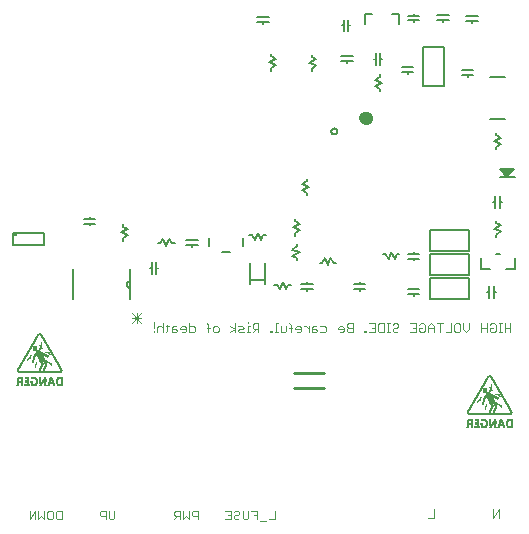
<source format=gbo>
G75*
G70*
%OFA0B0*%
%FSLAX24Y24*%
%IPPOS*%
%LPD*%
%AMOC8*
5,1,8,0,0,1.08239X$1,22.5*
%
%ADD10C,0.0030*%
%ADD11C,0.0050*%
%ADD12C,0.0060*%
%ADD13C,0.0079*%
%ADD14C,0.0080*%
%ADD15C,0.0400*%
%ADD16C,0.0100*%
%ADD17R,0.0010X0.0005*%
%ADD18R,0.0120X0.0005*%
%ADD19R,0.0055X0.0005*%
%ADD20R,0.0045X0.0005*%
%ADD21R,0.0050X0.0005*%
%ADD22R,0.0080X0.0005*%
%ADD23R,0.0165X0.0005*%
%ADD24R,0.0140X0.0005*%
%ADD25R,0.0125X0.0005*%
%ADD26R,0.0175X0.0005*%
%ADD27R,0.0155X0.0005*%
%ADD28R,0.0060X0.0005*%
%ADD29R,0.0160X0.0005*%
%ADD30R,0.0170X0.0005*%
%ADD31R,0.0065X0.0005*%
%ADD32R,0.0185X0.0005*%
%ADD33R,0.0180X0.0005*%
%ADD34R,0.0070X0.0005*%
%ADD35R,0.0190X0.0005*%
%ADD36R,0.0195X0.0005*%
%ADD37R,0.0075X0.0005*%
%ADD38R,0.0200X0.0005*%
%ADD39R,0.0090X0.0005*%
%ADD40R,0.0100X0.0005*%
%ADD41R,0.0085X0.0005*%
%ADD42R,0.0095X0.0005*%
%ADD43R,0.0150X0.0005*%
%ADD44R,0.0145X0.0005*%
%ADD45R,0.0030X0.0005*%
%ADD46R,0.0105X0.0005*%
%ADD47R,0.0130X0.0005*%
%ADD48R,0.1370X0.0005*%
%ADD49R,0.1400X0.0005*%
%ADD50R,0.1415X0.0005*%
%ADD51R,0.1435X0.0005*%
%ADD52R,0.1445X0.0005*%
%ADD53R,0.1455X0.0005*%
%ADD54R,0.1460X0.0005*%
%ADD55R,0.0005X0.0005*%
%ADD56R,0.0040X0.0005*%
%ADD57R,0.0035X0.0005*%
%ADD58R,0.0015X0.0005*%
%ADD59R,0.0020X0.0005*%
%ADD60R,0.0025X0.0005*%
%ADD61R,0.0110X0.0005*%
%ADD62R,0.0115X0.0005*%
%ADD63R,0.0235X0.0005*%
%ADD64R,0.0230X0.0005*%
%ADD65R,0.0225X0.0005*%
%ADD66R,0.0220X0.0005*%
%ADD67R,0.0300X0.0005*%
%ADD68R,0.0290X0.0005*%
%ADD69R,0.0280X0.0005*%
%ADD70R,0.0270X0.0005*%
%ADD71R,0.0135X0.0005*%
%ADD72R,0.0260X0.0005*%
%ADD73R,0.0390X0.0005*%
%ADD74R,0.0370X0.0005*%
%ADD75R,0.0355X0.0005*%
%ADD76R,0.0350X0.0005*%
%ADD77R,0.0335X0.0005*%
%ADD78R,0.0325X0.0005*%
D10*
X005257Y000341D02*
X005257Y000631D01*
X005451Y000631D02*
X005257Y000341D01*
X005451Y000341D02*
X005451Y000631D01*
X005552Y000631D02*
X005552Y000341D01*
X005648Y000437D01*
X005745Y000341D01*
X005745Y000631D01*
X005846Y000582D02*
X005895Y000631D01*
X005991Y000631D01*
X006040Y000582D01*
X006040Y000389D01*
X005991Y000341D01*
X005895Y000341D01*
X005846Y000389D01*
X005846Y000582D01*
X006141Y000582D02*
X006141Y000389D01*
X006189Y000341D01*
X006335Y000341D01*
X006335Y000631D01*
X006189Y000631D01*
X006141Y000582D01*
X007596Y000582D02*
X007596Y000486D01*
X007645Y000437D01*
X007790Y000437D01*
X007790Y000341D02*
X007790Y000631D01*
X007645Y000631D01*
X007596Y000582D01*
X007891Y000631D02*
X007891Y000389D01*
X007939Y000341D01*
X008036Y000341D01*
X008085Y000389D01*
X008085Y000631D01*
X010082Y000582D02*
X010082Y000486D01*
X010130Y000437D01*
X010275Y000437D01*
X010275Y000341D02*
X010275Y000631D01*
X010130Y000631D01*
X010082Y000582D01*
X010178Y000437D02*
X010082Y000341D01*
X010376Y000341D02*
X010473Y000437D01*
X010570Y000341D01*
X010570Y000631D01*
X010671Y000582D02*
X010719Y000631D01*
X010865Y000631D01*
X010865Y000341D01*
X010865Y000437D02*
X010719Y000437D01*
X010671Y000486D01*
X010671Y000582D01*
X010376Y000631D02*
X010376Y000341D01*
X011768Y000341D02*
X011961Y000341D01*
X011961Y000631D01*
X011768Y000631D01*
X011865Y000486D02*
X011961Y000486D01*
X012062Y000437D02*
X012062Y000389D01*
X012111Y000341D01*
X012208Y000341D01*
X012256Y000389D01*
X012357Y000389D02*
X012357Y000631D01*
X012256Y000582D02*
X012256Y000534D01*
X012208Y000486D01*
X012111Y000486D01*
X012062Y000437D01*
X012062Y000582D02*
X012111Y000631D01*
X012208Y000631D01*
X012256Y000582D01*
X012357Y000389D02*
X012405Y000341D01*
X012502Y000341D01*
X012551Y000389D01*
X012551Y000631D01*
X012652Y000631D02*
X012845Y000631D01*
X012845Y000341D01*
X012946Y000292D02*
X013140Y000292D01*
X013241Y000341D02*
X013435Y000341D01*
X013435Y000631D01*
X012845Y000486D02*
X012748Y000486D01*
X018551Y000391D02*
X018745Y000391D01*
X018745Y000681D01*
X020701Y000681D02*
X020701Y000391D01*
X020895Y000681D01*
X020895Y000391D01*
X020990Y006581D02*
X020893Y006581D01*
X020941Y006581D02*
X020941Y006871D01*
X020893Y006871D02*
X020990Y006871D01*
X021091Y006871D02*
X021091Y006581D01*
X021091Y006726D02*
X021285Y006726D01*
X021285Y006581D02*
X021285Y006871D01*
X020793Y006822D02*
X020793Y006629D01*
X020745Y006581D01*
X020648Y006581D01*
X020600Y006629D01*
X020600Y006726D01*
X020697Y006726D01*
X020793Y006822D02*
X020745Y006871D01*
X020648Y006871D01*
X020600Y006822D01*
X020499Y006871D02*
X020499Y006581D01*
X020499Y006726D02*
X020305Y006726D01*
X020305Y006871D02*
X020305Y006581D01*
X019909Y006677D02*
X019813Y006581D01*
X019716Y006677D01*
X019716Y006871D01*
X019615Y006822D02*
X019615Y006629D01*
X019566Y006581D01*
X019470Y006581D01*
X019421Y006629D01*
X019421Y006822D01*
X019470Y006871D01*
X019566Y006871D01*
X019615Y006822D01*
X019320Y006871D02*
X019320Y006581D01*
X019127Y006581D01*
X018929Y006581D02*
X018929Y006871D01*
X019026Y006871D02*
X018832Y006871D01*
X018731Y006774D02*
X018634Y006871D01*
X018537Y006774D01*
X018537Y006581D01*
X018436Y006629D02*
X018388Y006581D01*
X018291Y006581D01*
X018243Y006629D01*
X018243Y006726D01*
X018339Y006726D01*
X018243Y006822D02*
X018291Y006871D01*
X018388Y006871D01*
X018436Y006822D01*
X018436Y006629D01*
X018537Y006726D02*
X018731Y006726D01*
X018731Y006774D02*
X018731Y006581D01*
X018142Y006581D02*
X017948Y006581D01*
X018045Y006726D02*
X018142Y006726D01*
X018142Y006871D02*
X018142Y006581D01*
X018142Y006871D02*
X017948Y006871D01*
X017552Y006822D02*
X017552Y006774D01*
X017504Y006726D01*
X017407Y006726D01*
X017359Y006677D01*
X017359Y006629D01*
X017407Y006581D01*
X017504Y006581D01*
X017552Y006629D01*
X017552Y006822D02*
X017504Y006871D01*
X017407Y006871D01*
X017359Y006822D01*
X017258Y006871D02*
X017161Y006871D01*
X017209Y006871D02*
X017209Y006581D01*
X017161Y006581D02*
X017258Y006581D01*
X017061Y006581D02*
X016916Y006581D01*
X016868Y006629D01*
X016868Y006822D01*
X016916Y006871D01*
X017061Y006871D01*
X017061Y006581D01*
X016767Y006581D02*
X016573Y006581D01*
X016472Y006581D02*
X016423Y006581D01*
X016423Y006629D01*
X016472Y006629D01*
X016472Y006581D01*
X016670Y006726D02*
X016767Y006726D01*
X016767Y006871D02*
X016573Y006871D01*
X016767Y006871D02*
X016767Y006581D01*
X016030Y006581D02*
X015885Y006581D01*
X015836Y006629D01*
X015836Y006677D01*
X015885Y006726D01*
X016030Y006726D01*
X016030Y006871D02*
X015885Y006871D01*
X015836Y006822D01*
X015836Y006774D01*
X015885Y006726D01*
X015735Y006726D02*
X015687Y006774D01*
X015590Y006774D01*
X015542Y006726D01*
X015542Y006677D01*
X015735Y006677D01*
X015735Y006629D02*
X015735Y006726D01*
X015735Y006629D02*
X015687Y006581D01*
X015590Y006581D01*
X016030Y006581D02*
X016030Y006871D01*
X015146Y006726D02*
X015146Y006629D01*
X015098Y006581D01*
X014952Y006581D01*
X014851Y006629D02*
X014803Y006677D01*
X014658Y006677D01*
X014658Y006726D02*
X014658Y006581D01*
X014803Y006581D01*
X014851Y006629D01*
X014803Y006774D02*
X014706Y006774D01*
X014658Y006726D01*
X014557Y006774D02*
X014557Y006581D01*
X014557Y006677D02*
X014460Y006774D01*
X014412Y006774D01*
X014311Y006726D02*
X014263Y006774D01*
X014166Y006774D01*
X014118Y006726D01*
X014118Y006677D01*
X014311Y006677D01*
X014311Y006629D02*
X014311Y006726D01*
X014311Y006629D02*
X014263Y006581D01*
X014166Y006581D01*
X013968Y006581D02*
X013968Y006822D01*
X013920Y006871D01*
X013820Y006774D02*
X013820Y006629D01*
X013772Y006581D01*
X013627Y006581D01*
X013627Y006774D01*
X013525Y006871D02*
X013477Y006871D01*
X013477Y006581D01*
X013525Y006581D02*
X013429Y006581D01*
X013329Y006581D02*
X013281Y006581D01*
X013281Y006629D01*
X013329Y006629D01*
X013329Y006581D01*
X012887Y006581D02*
X012887Y006871D01*
X012742Y006871D01*
X012693Y006822D01*
X012693Y006726D01*
X012742Y006677D01*
X012887Y006677D01*
X012790Y006677D02*
X012693Y006581D01*
X012592Y006581D02*
X012496Y006581D01*
X012544Y006581D02*
X012544Y006774D01*
X012592Y006774D01*
X012544Y006871D02*
X012544Y006919D01*
X012396Y006726D02*
X012347Y006774D01*
X012202Y006774D01*
X012251Y006677D02*
X012347Y006677D01*
X012396Y006726D01*
X012396Y006581D02*
X012251Y006581D01*
X012202Y006629D01*
X012251Y006677D01*
X012101Y006677D02*
X011956Y006774D01*
X012101Y006677D02*
X011956Y006581D01*
X012101Y006581D02*
X012101Y006871D01*
X011561Y006726D02*
X011561Y006629D01*
X011513Y006581D01*
X011416Y006581D01*
X011368Y006629D01*
X011368Y006726D01*
X011416Y006774D01*
X011513Y006774D01*
X011561Y006726D01*
X011266Y006726D02*
X011170Y006726D01*
X011218Y006822D02*
X011170Y006871D01*
X011218Y006822D02*
X011218Y006581D01*
X010775Y006629D02*
X010775Y006726D01*
X010727Y006774D01*
X010582Y006774D01*
X010582Y006871D02*
X010582Y006581D01*
X010727Y006581D01*
X010775Y006629D01*
X010481Y006629D02*
X010481Y006726D01*
X010432Y006774D01*
X010335Y006774D01*
X010287Y006726D01*
X010287Y006677D01*
X010481Y006677D01*
X010481Y006629D02*
X010432Y006581D01*
X010335Y006581D01*
X010186Y006629D02*
X010138Y006677D01*
X009992Y006677D01*
X009992Y006726D02*
X009992Y006581D01*
X010138Y006581D01*
X010186Y006629D01*
X010138Y006774D02*
X010041Y006774D01*
X009992Y006726D01*
X009891Y006774D02*
X009795Y006774D01*
X009843Y006822D02*
X009843Y006629D01*
X009795Y006581D01*
X009695Y006581D02*
X009695Y006871D01*
X009647Y006774D02*
X009550Y006774D01*
X009501Y006726D01*
X009501Y006581D01*
X009400Y006581D02*
X009400Y006629D01*
X009400Y006726D02*
X009400Y006919D01*
X009647Y006774D02*
X009695Y006726D01*
X008987Y006891D02*
X008673Y007204D01*
X008673Y007047D02*
X008987Y007047D01*
X008987Y007204D02*
X008673Y006891D01*
X008830Y006891D02*
X008830Y007204D01*
X013920Y006726D02*
X014016Y006726D01*
X014952Y006774D02*
X015098Y006774D01*
X015146Y006726D01*
X019909Y006677D02*
X019909Y006871D01*
D11*
X019910Y007676D02*
X019910Y008376D01*
X018610Y008376D01*
X018610Y007676D01*
X019910Y007676D01*
X019903Y008482D02*
X018603Y008482D01*
X018603Y009182D01*
X019903Y009182D01*
X019903Y008482D01*
X020305Y008686D02*
X020305Y009036D01*
X019910Y009276D02*
X019910Y009976D01*
X018610Y009976D01*
X018610Y009276D01*
X019910Y009276D01*
X020305Y008686D02*
X020605Y008686D01*
X020805Y009186D02*
X020955Y009186D01*
X021455Y009036D02*
X021455Y008686D01*
X021155Y008686D01*
X015310Y013276D02*
X015312Y013296D01*
X015318Y013314D01*
X015327Y013332D01*
X015339Y013347D01*
X015354Y013359D01*
X015372Y013368D01*
X015390Y013374D01*
X015410Y013376D01*
X015430Y013374D01*
X015448Y013368D01*
X015466Y013359D01*
X015481Y013347D01*
X015493Y013332D01*
X015502Y013314D01*
X015508Y013296D01*
X015510Y013276D01*
X015508Y013256D01*
X015502Y013238D01*
X015493Y013220D01*
X015481Y013205D01*
X015466Y013193D01*
X015448Y013184D01*
X015430Y013178D01*
X015410Y013176D01*
X015390Y013178D01*
X015372Y013184D01*
X015354Y013193D01*
X015339Y013205D01*
X015327Y013220D01*
X015318Y013238D01*
X015312Y013256D01*
X015310Y013276D01*
X018360Y014776D02*
X018360Y016076D01*
X019060Y016076D01*
X019060Y014776D01*
X018360Y014776D01*
X014560Y005226D02*
X014060Y005226D01*
X014560Y004726D02*
X015060Y004726D01*
X005741Y009491D02*
X005741Y009901D01*
X004718Y009901D01*
X004718Y009491D01*
X005741Y009491D01*
X004757Y009853D02*
X004759Y009862D01*
X004764Y009871D01*
X004771Y009876D01*
X004781Y009879D01*
X004790Y009878D01*
X004799Y009874D01*
X004805Y009867D01*
X004809Y009858D01*
X004809Y009848D01*
X004805Y009839D01*
X004799Y009832D01*
X004790Y009828D01*
X004781Y009827D01*
X004771Y009830D01*
X004764Y009835D01*
X004759Y009844D01*
X004757Y009853D01*
D12*
X006700Y008676D02*
X006700Y007676D01*
X008620Y007676D02*
X008620Y008056D01*
X008620Y008296D01*
X008620Y008676D01*
X008620Y008296D02*
X008599Y008294D01*
X008579Y008289D01*
X008560Y008280D01*
X008543Y008268D01*
X008528Y008253D01*
X008516Y008236D01*
X008507Y008217D01*
X008502Y008197D01*
X008500Y008176D01*
X008502Y008155D01*
X008507Y008135D01*
X008516Y008116D01*
X008528Y008099D01*
X008543Y008084D01*
X008560Y008072D01*
X008579Y008063D01*
X008599Y008058D01*
X008620Y008056D01*
X011240Y009436D02*
X011240Y009716D01*
X011670Y009266D02*
X011950Y009266D01*
X012380Y009436D02*
X012380Y009716D01*
X016450Y016866D02*
X016450Y017185D01*
X016669Y017185D01*
X017350Y017185D02*
X017569Y017185D01*
X017569Y016866D01*
D13*
X017863Y016977D02*
X018256Y016977D01*
X018256Y017134D02*
X017863Y017134D01*
X018060Y017174D02*
X018060Y017192D01*
X018060Y016937D02*
X018060Y016919D01*
X018853Y016987D02*
X019246Y016987D01*
X019246Y017144D02*
X018853Y017144D01*
X019050Y017184D02*
X019050Y017202D01*
X019050Y016947D02*
X019050Y016929D01*
X019813Y016947D02*
X020206Y016947D01*
X020206Y017104D02*
X019813Y017104D01*
X020010Y017144D02*
X020010Y017162D01*
X020010Y016907D02*
X020010Y016889D01*
X019860Y015362D02*
X019860Y015344D01*
X020056Y015304D02*
X019663Y015304D01*
X019663Y015147D02*
X020056Y015147D01*
X019860Y015107D02*
X019860Y015089D01*
X018056Y015247D02*
X017663Y015247D01*
X017663Y015404D02*
X018056Y015404D01*
X017860Y015444D02*
X017860Y015462D01*
X017860Y015207D02*
X017860Y015189D01*
X017018Y014896D02*
X016781Y014777D01*
X016939Y014699D01*
X016939Y014620D01*
X017018Y014896D02*
X016781Y014974D01*
X016939Y015092D01*
X016939Y015171D01*
X016948Y015489D02*
X016948Y015882D01*
X016791Y015882D02*
X016791Y015489D01*
X016751Y015686D02*
X016733Y015686D01*
X016988Y015686D02*
X017006Y015686D01*
X016026Y015617D02*
X015633Y015617D01*
X015633Y015774D02*
X016026Y015774D01*
X015830Y015814D02*
X015830Y015832D01*
X015830Y015577D02*
X015830Y015559D01*
X014818Y015477D02*
X014581Y015556D01*
X014818Y015674D01*
X014660Y015752D01*
X014660Y015831D01*
X014818Y015477D02*
X014660Y015359D01*
X014660Y015280D01*
X013478Y015497D02*
X013320Y015379D01*
X013320Y015300D01*
X013478Y015497D02*
X013241Y015576D01*
X013478Y015694D01*
X013320Y015772D01*
X013320Y015851D01*
X013040Y016859D02*
X013040Y016877D01*
X013236Y016917D02*
X012843Y016917D01*
X012843Y017074D02*
X013236Y017074D01*
X013040Y017114D02*
X013040Y017132D01*
X015673Y016806D02*
X015691Y016806D01*
X015731Y017002D02*
X015731Y016609D01*
X015888Y016609D02*
X015888Y017002D01*
X015928Y016806D02*
X015946Y016806D01*
X020810Y013221D02*
X020810Y013142D01*
X020968Y013064D01*
X020731Y012946D01*
X020968Y012867D01*
X020810Y012749D01*
X020810Y012670D01*
X020933Y012022D02*
X021406Y012022D01*
X021140Y011738D01*
X020933Y011738D01*
X021140Y011738D02*
X021426Y011738D01*
X021180Y011757D02*
X020933Y012022D01*
X021022Y012023D02*
X021061Y012023D01*
X021180Y011954D01*
X021180Y011876D01*
X021180Y011836D02*
X021298Y011994D01*
X021298Y012023D02*
X021180Y011954D01*
X021180Y011836D02*
X021022Y012023D01*
X021061Y012023D02*
X021298Y012023D01*
X020938Y011122D02*
X020938Y010729D01*
X020781Y010729D02*
X020781Y011122D01*
X020741Y010926D02*
X020723Y010926D01*
X020978Y010926D02*
X020996Y010926D01*
X020820Y010301D02*
X020820Y010222D01*
X020978Y010144D01*
X020741Y010026D01*
X020978Y009947D01*
X020820Y009829D01*
X020820Y009750D01*
X020738Y008122D02*
X020738Y007729D01*
X020581Y007729D02*
X020581Y008122D01*
X020541Y007926D02*
X020523Y007926D01*
X020778Y007926D02*
X020796Y007926D01*
X018256Y008004D02*
X017863Y008004D01*
X017863Y007847D02*
X018256Y007847D01*
X018060Y007807D02*
X018060Y007789D01*
X018060Y008044D02*
X018060Y008062D01*
X018060Y008977D02*
X018060Y008996D01*
X018256Y009035D02*
X017863Y009035D01*
X017863Y009193D02*
X018256Y009193D01*
X018060Y009232D02*
X018060Y009251D01*
X017585Y009185D02*
X017506Y009185D01*
X017428Y009027D01*
X017310Y009264D01*
X017231Y009027D01*
X017113Y009185D01*
X017034Y009185D01*
X016456Y008184D02*
X016063Y008184D01*
X016063Y008027D02*
X016456Y008027D01*
X016260Y007987D02*
X016260Y007969D01*
X016260Y008224D02*
X016260Y008242D01*
X015485Y008886D02*
X015406Y008886D01*
X015288Y009044D01*
X015210Y008807D01*
X015091Y009044D01*
X015013Y008886D01*
X014934Y008886D01*
X014258Y009246D02*
X014021Y009127D01*
X014179Y009049D01*
X014179Y008970D01*
X014258Y009246D02*
X014021Y009324D01*
X014179Y009442D01*
X014179Y009521D01*
X014120Y009800D02*
X014120Y009879D01*
X014278Y009997D01*
X014041Y010076D01*
X014278Y010194D01*
X014120Y010272D01*
X014120Y010351D01*
X014499Y011150D02*
X014499Y011229D01*
X014341Y011307D01*
X014578Y011426D01*
X014341Y011504D01*
X014499Y011622D01*
X014499Y011701D01*
X013135Y009815D02*
X013056Y009815D01*
X012978Y009657D01*
X012860Y009894D01*
X012781Y009657D01*
X012663Y009815D01*
X012584Y009815D01*
X010866Y009644D02*
X010473Y009644D01*
X010473Y009487D02*
X010866Y009487D01*
X010670Y009447D02*
X010670Y009429D01*
X010670Y009684D02*
X010670Y009702D01*
X010095Y009536D02*
X010016Y009536D01*
X009898Y009694D01*
X009820Y009457D01*
X009701Y009694D01*
X009623Y009536D01*
X009544Y009536D01*
X009488Y008922D02*
X009488Y008529D01*
X009331Y008529D02*
X009331Y008922D01*
X009291Y008726D02*
X009273Y008726D01*
X009528Y008726D02*
X009546Y008726D01*
X008370Y009630D02*
X008370Y009709D01*
X008528Y009827D01*
X008291Y009906D01*
X008528Y010024D01*
X008370Y010102D01*
X008370Y010181D01*
X007456Y010197D02*
X007063Y010197D01*
X007063Y010354D02*
X007456Y010354D01*
X007260Y010394D02*
X007260Y010412D01*
X007260Y010157D02*
X007260Y010139D01*
X013414Y008165D02*
X013493Y008165D01*
X013611Y008007D01*
X013690Y008244D01*
X013808Y008007D01*
X013886Y008165D01*
X013965Y008165D01*
X014323Y008184D02*
X014716Y008184D01*
X014716Y008027D02*
X014323Y008027D01*
X014520Y007987D02*
X014520Y007969D01*
X014520Y008224D02*
X014520Y008242D01*
D14*
X013115Y008171D02*
X013115Y008329D01*
X012604Y008329D01*
X012604Y008880D01*
X013115Y008880D02*
X013115Y008329D01*
X012604Y008329D02*
X012604Y008171D01*
X020595Y013678D02*
X021107Y013678D01*
X021107Y015095D02*
X020595Y015095D01*
D15*
X016454Y013711D02*
X016456Y013719D01*
X016461Y013726D01*
X016468Y013730D01*
X016476Y013731D01*
X016484Y013728D01*
X016490Y013723D01*
X016494Y013715D01*
X016494Y013707D01*
X016490Y013699D01*
X016484Y013694D01*
X016476Y013691D01*
X016468Y013692D01*
X016461Y013696D01*
X016456Y013703D01*
X016454Y013711D01*
D16*
X015060Y005226D02*
X014060Y005226D01*
X014060Y004726D02*
X015060Y004726D01*
D17*
X020202Y004216D03*
X020212Y004231D03*
X020217Y004236D03*
X020222Y004246D03*
X020227Y004251D03*
X020302Y004341D03*
X020307Y004346D03*
X020307Y004351D03*
X020312Y004356D03*
X020317Y004366D03*
X020322Y004376D03*
X020567Y004481D03*
X020567Y004486D03*
X020572Y004496D03*
X020572Y004501D03*
X020602Y004521D03*
X020617Y004726D03*
X020677Y004791D03*
X020677Y004796D03*
X020677Y004801D03*
X020677Y004806D03*
X020817Y004486D03*
X020917Y004151D03*
X020967Y004091D03*
X020972Y004086D03*
X020987Y004076D03*
X020992Y004071D03*
X020997Y004066D03*
X020497Y004106D03*
X020497Y004111D03*
X020497Y004116D03*
X020497Y004121D03*
X020497Y004126D03*
X020502Y004156D03*
X020462Y004036D03*
X020297Y003841D03*
X020327Y003606D03*
X021297Y003371D03*
X006297Y004771D03*
X005997Y005466D03*
X005992Y005471D03*
X005987Y005476D03*
X005972Y005486D03*
X005967Y005491D03*
X005917Y005551D03*
X005817Y005886D03*
X005602Y005921D03*
X005572Y005901D03*
X005572Y005896D03*
X005567Y005886D03*
X005567Y005881D03*
X005617Y006126D03*
X005677Y006191D03*
X005677Y006196D03*
X005677Y006201D03*
X005677Y006206D03*
X005322Y005776D03*
X005317Y005766D03*
X005312Y005756D03*
X005307Y005751D03*
X005307Y005746D03*
X005302Y005741D03*
X005227Y005651D03*
X005222Y005646D03*
X005217Y005636D03*
X005212Y005631D03*
X005202Y005616D03*
X005502Y005556D03*
X005497Y005526D03*
X005497Y005521D03*
X005497Y005516D03*
X005497Y005511D03*
X005497Y005506D03*
X005462Y005436D03*
X005297Y005241D03*
X005327Y005006D03*
D18*
X005782Y005581D03*
X005832Y005771D03*
X005637Y005876D03*
X005437Y005971D03*
X005437Y006076D03*
X005597Y006486D03*
X006307Y004776D03*
X020437Y004676D03*
X020437Y004571D03*
X020637Y004476D03*
X020832Y004371D03*
X020782Y004181D03*
X020597Y005086D03*
X021307Y003376D03*
D19*
X021170Y003461D03*
X021165Y003471D03*
X021165Y003476D03*
X021160Y003486D03*
X021160Y003491D03*
X021160Y003496D03*
X021160Y003501D03*
X021160Y003506D03*
X021160Y003511D03*
X021160Y003516D03*
X021160Y003521D03*
X021160Y003526D03*
X021160Y003531D03*
X021160Y003536D03*
X021160Y003541D03*
X021160Y003546D03*
X021160Y003551D03*
X021165Y003561D03*
X021165Y003566D03*
X021170Y003576D03*
X021055Y003441D03*
X021060Y003426D03*
X021060Y003421D03*
X021065Y003411D03*
X021065Y003406D03*
X021070Y003396D03*
X021070Y003391D03*
X021075Y003381D03*
X021075Y003376D03*
X020905Y003431D03*
X020905Y003436D03*
X020905Y003441D03*
X020910Y003451D03*
X020900Y003426D03*
X020900Y003421D03*
X020900Y003416D03*
X020895Y003411D03*
X020895Y003406D03*
X020895Y003401D03*
X020890Y003396D03*
X020890Y003391D03*
X020890Y003386D03*
X020885Y003381D03*
X020885Y003376D03*
X020925Y003506D03*
X020930Y003521D03*
X020935Y003536D03*
X020940Y003551D03*
X020735Y003581D03*
X020730Y003571D03*
X020725Y003561D03*
X020720Y003551D03*
X020715Y003546D03*
X020715Y003541D03*
X020710Y003536D03*
X020705Y003526D03*
X020700Y003516D03*
X020695Y003511D03*
X020695Y003506D03*
X020690Y003501D03*
X020690Y003496D03*
X020685Y003491D03*
X020680Y003481D03*
X020675Y003471D03*
X020670Y003461D03*
X020620Y003381D03*
X020510Y003476D03*
X020510Y003481D03*
X020510Y003486D03*
X020515Y003496D03*
X020515Y003501D03*
X020515Y003506D03*
X020515Y003511D03*
X020515Y003516D03*
X020515Y003521D03*
X020515Y003526D03*
X020515Y003531D03*
X020510Y003541D03*
X020510Y003546D03*
X020510Y003551D03*
X020505Y003561D03*
X020505Y003566D03*
X020385Y003656D03*
X020220Y003576D03*
X020220Y003571D03*
X020220Y003566D03*
X020220Y003486D03*
X020220Y003481D03*
X020220Y003476D03*
X020220Y003471D03*
X020220Y003461D03*
X020220Y003446D03*
X020220Y003441D03*
X020220Y003436D03*
X020220Y003431D03*
X020220Y003426D03*
X020000Y003426D03*
X020000Y003431D03*
X020000Y003436D03*
X020000Y003441D03*
X020000Y003446D03*
X020000Y003451D03*
X020000Y003456D03*
X020000Y003461D03*
X020000Y003466D03*
X020000Y003471D03*
X020000Y003476D03*
X020000Y003481D03*
X020000Y003486D03*
X020000Y003531D03*
X020000Y003536D03*
X020000Y003541D03*
X020000Y003546D03*
X020000Y003551D03*
X020000Y003556D03*
X020000Y003561D03*
X020000Y003576D03*
X020000Y003581D03*
X020000Y003586D03*
X020000Y003591D03*
X020000Y003596D03*
X020000Y003601D03*
X020000Y003606D03*
X019950Y003656D03*
X019865Y003596D03*
X019865Y003591D03*
X019865Y003556D03*
X019870Y003546D03*
X019875Y003541D03*
X019885Y003476D03*
X019880Y003471D03*
X019880Y003466D03*
X019875Y003461D03*
X019875Y003456D03*
X019875Y003451D03*
X019870Y003441D03*
X019870Y003436D03*
X019870Y003431D03*
X019870Y003426D03*
X019865Y003421D03*
X019865Y003416D03*
X019865Y003411D03*
X019865Y003406D03*
X019860Y003401D03*
X019860Y003396D03*
X019860Y003391D03*
X019855Y003386D03*
X019855Y003381D03*
X020000Y003381D03*
X020000Y003386D03*
X020000Y003391D03*
X020000Y003396D03*
X020000Y003401D03*
X020000Y003406D03*
X020000Y003411D03*
X020000Y003416D03*
X020000Y003421D03*
X019970Y003841D03*
X020860Y004341D03*
X021305Y003841D03*
X006305Y005241D03*
X006170Y004976D03*
X006165Y004966D03*
X006165Y004961D03*
X006160Y004951D03*
X006160Y004946D03*
X006160Y004941D03*
X006160Y004936D03*
X006160Y004931D03*
X006160Y004926D03*
X006160Y004921D03*
X006160Y004916D03*
X006160Y004911D03*
X006160Y004906D03*
X006160Y004901D03*
X006160Y004896D03*
X006160Y004891D03*
X006160Y004886D03*
X006165Y004876D03*
X006165Y004871D03*
X006170Y004861D03*
X006060Y004826D03*
X006060Y004821D03*
X006065Y004811D03*
X006065Y004806D03*
X006070Y004796D03*
X006070Y004791D03*
X006075Y004781D03*
X006075Y004776D03*
X006055Y004841D03*
X005925Y004906D03*
X005930Y004921D03*
X005935Y004936D03*
X005940Y004951D03*
X005910Y004851D03*
X005905Y004841D03*
X005905Y004836D03*
X005905Y004831D03*
X005900Y004826D03*
X005900Y004821D03*
X005900Y004816D03*
X005895Y004811D03*
X005895Y004806D03*
X005895Y004801D03*
X005890Y004796D03*
X005890Y004791D03*
X005890Y004786D03*
X005885Y004781D03*
X005885Y004776D03*
X005690Y004896D03*
X005690Y004901D03*
X005695Y004906D03*
X005695Y004911D03*
X005700Y004916D03*
X005705Y004926D03*
X005710Y004936D03*
X005715Y004941D03*
X005715Y004946D03*
X005720Y004951D03*
X005725Y004961D03*
X005730Y004971D03*
X005735Y004981D03*
X005685Y004891D03*
X005680Y004881D03*
X005675Y004871D03*
X005670Y004861D03*
X005620Y004781D03*
X005510Y004876D03*
X005510Y004881D03*
X005510Y004886D03*
X005515Y004896D03*
X005515Y004901D03*
X005515Y004906D03*
X005515Y004911D03*
X005515Y004916D03*
X005515Y004921D03*
X005515Y004926D03*
X005515Y004931D03*
X005510Y004941D03*
X005510Y004946D03*
X005510Y004951D03*
X005505Y004961D03*
X005505Y004966D03*
X005385Y005056D03*
X005220Y004976D03*
X005220Y004971D03*
X005220Y004966D03*
X005220Y004886D03*
X005220Y004881D03*
X005220Y004876D03*
X005220Y004871D03*
X005220Y004861D03*
X005220Y004846D03*
X005220Y004841D03*
X005220Y004836D03*
X005220Y004831D03*
X005220Y004826D03*
X005000Y004826D03*
X005000Y004831D03*
X005000Y004836D03*
X005000Y004841D03*
X005000Y004846D03*
X005000Y004851D03*
X005000Y004856D03*
X005000Y004861D03*
X005000Y004866D03*
X005000Y004871D03*
X005000Y004876D03*
X005000Y004881D03*
X005000Y004886D03*
X005000Y004931D03*
X005000Y004936D03*
X005000Y004941D03*
X005000Y004946D03*
X005000Y004951D03*
X005000Y004956D03*
X005000Y004961D03*
X005000Y004976D03*
X005000Y004981D03*
X005000Y004986D03*
X005000Y004991D03*
X005000Y004996D03*
X005000Y005001D03*
X005000Y005006D03*
X004950Y005056D03*
X004865Y004996D03*
X004865Y004991D03*
X004865Y004956D03*
X004870Y004946D03*
X004875Y004941D03*
X004885Y004876D03*
X004880Y004871D03*
X004880Y004866D03*
X004875Y004861D03*
X004875Y004856D03*
X004875Y004851D03*
X004870Y004841D03*
X004870Y004836D03*
X004870Y004831D03*
X004870Y004826D03*
X004865Y004821D03*
X004865Y004816D03*
X004865Y004811D03*
X004865Y004806D03*
X004860Y004801D03*
X004860Y004796D03*
X004860Y004791D03*
X004855Y004786D03*
X004855Y004781D03*
X005000Y004781D03*
X005000Y004786D03*
X005000Y004791D03*
X005000Y004796D03*
X005000Y004801D03*
X005000Y004806D03*
X005000Y004811D03*
X005000Y004816D03*
X005000Y004821D03*
X004970Y005241D03*
X005860Y005741D03*
D20*
X006025Y005821D03*
X006040Y005796D03*
X006045Y005786D03*
X006060Y005761D03*
X006075Y005736D03*
X006080Y005726D03*
X006115Y005666D03*
X006120Y005656D03*
X006135Y005631D03*
X006155Y005596D03*
X006170Y005571D03*
X006175Y005561D03*
X006190Y005536D03*
X006195Y005526D03*
X006210Y005501D03*
X006225Y005476D03*
X006230Y005466D03*
X006245Y005441D03*
X006250Y005431D03*
X006265Y005406D03*
X006270Y005396D03*
X006280Y005381D03*
X006285Y005371D03*
X006300Y005346D03*
X006305Y005336D03*
X006310Y005326D03*
X006320Y005256D03*
X006315Y005251D03*
X006010Y005001D03*
X006010Y004996D03*
X006010Y004991D03*
X006010Y004986D03*
X006015Y004981D03*
X006015Y004976D03*
X006015Y004971D03*
X006020Y004961D03*
X006020Y004956D03*
X006025Y004941D03*
X006030Y004926D03*
X006035Y004911D03*
X006040Y004896D03*
X006005Y005006D03*
X005955Y005006D03*
X005790Y004986D03*
X005790Y004981D03*
X005790Y004976D03*
X005790Y004971D03*
X005790Y004966D03*
X005790Y004961D03*
X005790Y004956D03*
X005790Y004951D03*
X005790Y004946D03*
X005790Y004941D03*
X005790Y004926D03*
X005790Y004791D03*
X005790Y004776D03*
X005615Y004856D03*
X005615Y004861D03*
X005615Y004866D03*
X005615Y004871D03*
X005615Y004876D03*
X005615Y004881D03*
X005615Y004886D03*
X005615Y004891D03*
X005615Y004896D03*
X005615Y004901D03*
X005615Y004906D03*
X005615Y004911D03*
X005615Y004916D03*
X005615Y004921D03*
X005615Y004926D03*
X005615Y004931D03*
X005615Y004936D03*
X005615Y004941D03*
X005615Y004946D03*
X005615Y004951D03*
X005615Y004956D03*
X005615Y004961D03*
X005615Y004966D03*
X005615Y004971D03*
X005615Y004976D03*
X005615Y004981D03*
X005615Y004986D03*
X005615Y004991D03*
X005615Y004996D03*
X005615Y005001D03*
X005615Y005006D03*
X005615Y005011D03*
X005615Y005016D03*
X005615Y005021D03*
X005615Y005026D03*
X005615Y005031D03*
X005615Y005036D03*
X005615Y005041D03*
X005615Y005046D03*
X005615Y005051D03*
X004945Y005431D03*
X004950Y005441D03*
X004955Y005451D03*
X004965Y005466D03*
X004970Y005476D03*
X004975Y005486D03*
X004980Y005491D03*
X004985Y005501D03*
X004990Y005511D03*
X005000Y005526D03*
X005005Y005536D03*
X005010Y005546D03*
X005020Y005561D03*
X005025Y005571D03*
X005030Y005581D03*
X005040Y005596D03*
X005045Y005606D03*
X005050Y005616D03*
X005055Y005621D03*
X005060Y005631D03*
X005065Y005641D03*
X005075Y005656D03*
X005080Y005666D03*
X005085Y005676D03*
X005095Y005691D03*
X005100Y005701D03*
X005110Y005716D03*
X005115Y005726D03*
X005120Y005736D03*
X005130Y005751D03*
X005135Y005761D03*
X005140Y005771D03*
X005150Y005786D03*
X005155Y005796D03*
X005165Y005811D03*
X005170Y005821D03*
X005175Y005831D03*
X005185Y005846D03*
X005190Y005856D03*
X005195Y005866D03*
X005200Y005871D03*
X005205Y005881D03*
X005210Y005891D03*
X005215Y005901D03*
X005220Y005906D03*
X005225Y005916D03*
X005230Y005926D03*
X005235Y005931D03*
X005240Y005941D03*
X005245Y005951D03*
X005250Y005961D03*
X005255Y005966D03*
X005260Y005976D03*
X005265Y005986D03*
X005275Y006001D03*
X005280Y006011D03*
X005285Y006021D03*
X005290Y006026D03*
X005295Y006036D03*
X005300Y006046D03*
X005305Y006051D03*
X005310Y006061D03*
X005315Y006071D03*
X005320Y006081D03*
X005330Y006096D03*
X005335Y006106D03*
X005345Y006121D03*
X005350Y006131D03*
X005355Y006141D03*
X005365Y006156D03*
X005370Y006166D03*
X005375Y006176D03*
X005385Y006191D03*
X005390Y006201D03*
X005395Y006211D03*
X005400Y006216D03*
X005405Y006226D03*
X005410Y006236D03*
X005420Y006251D03*
X005425Y006261D03*
X005430Y006271D03*
X005440Y006286D03*
X005445Y006296D03*
X005455Y006311D03*
X005460Y006321D03*
X005465Y006331D03*
X005475Y006346D03*
X005480Y006356D03*
X005485Y006366D03*
X005495Y006381D03*
X005500Y006391D03*
X005510Y006406D03*
X005515Y006416D03*
X005520Y006426D03*
X005525Y006436D03*
X005530Y006441D03*
X005535Y006451D03*
X005545Y006466D03*
X005550Y006471D03*
X005650Y006466D03*
X005650Y006461D03*
X005655Y006456D03*
X005665Y006441D03*
X005670Y006431D03*
X005675Y006421D03*
X005680Y006416D03*
X005685Y006406D03*
X005690Y006396D03*
X005700Y006381D03*
X005705Y006371D03*
X005710Y006361D03*
X005715Y006356D03*
X005720Y006346D03*
X005735Y006321D03*
X005740Y006311D03*
X005750Y006296D03*
X005755Y006286D03*
X005760Y006276D03*
X005765Y006271D03*
X005770Y006261D03*
X005775Y006251D03*
X005785Y006236D03*
X005790Y006226D03*
X005805Y006201D03*
X005810Y006191D03*
X005825Y006166D03*
X005840Y006141D03*
X005845Y006131D03*
X005860Y006106D03*
X005865Y006096D03*
X005875Y006081D03*
X005880Y006071D03*
X005895Y006046D03*
X005900Y006036D03*
X005915Y006011D03*
X005920Y006001D03*
X005930Y005986D03*
X005935Y005976D03*
X005950Y005951D03*
X005955Y005941D03*
X005965Y005926D03*
X005970Y005916D03*
X005985Y005891D03*
X005990Y005881D03*
X006005Y005856D03*
X005615Y006031D03*
X005270Y005696D03*
X005265Y005691D03*
X005265Y005686D03*
X005260Y005681D03*
X005260Y005676D03*
X004935Y005416D03*
X004930Y005406D03*
X004920Y005391D03*
X004915Y005381D03*
X004900Y005356D03*
X004895Y005346D03*
X004885Y005331D03*
X004880Y005321D03*
X004875Y005311D03*
X004880Y005251D03*
X019875Y003911D03*
X019880Y003921D03*
X019885Y003931D03*
X019895Y003946D03*
X019900Y003956D03*
X019915Y003981D03*
X019920Y003991D03*
X019930Y004006D03*
X019935Y004016D03*
X019945Y004031D03*
X019950Y004041D03*
X019955Y004051D03*
X019965Y004066D03*
X019970Y004076D03*
X019975Y004086D03*
X019980Y004091D03*
X019985Y004101D03*
X019990Y004111D03*
X020000Y004126D03*
X020005Y004136D03*
X020010Y004146D03*
X020020Y004161D03*
X020025Y004171D03*
X020030Y004181D03*
X020040Y004196D03*
X020045Y004206D03*
X020050Y004216D03*
X020055Y004221D03*
X020060Y004231D03*
X020065Y004241D03*
X020075Y004256D03*
X020080Y004266D03*
X020085Y004276D03*
X020095Y004291D03*
X020100Y004301D03*
X020110Y004316D03*
X020115Y004326D03*
X020120Y004336D03*
X020130Y004351D03*
X020135Y004361D03*
X020140Y004371D03*
X020150Y004386D03*
X020155Y004396D03*
X020165Y004411D03*
X020170Y004421D03*
X020175Y004431D03*
X020185Y004446D03*
X020190Y004456D03*
X020195Y004466D03*
X020200Y004471D03*
X020205Y004481D03*
X020210Y004491D03*
X020215Y004501D03*
X020220Y004506D03*
X020225Y004516D03*
X020230Y004526D03*
X020235Y004531D03*
X020240Y004541D03*
X020245Y004551D03*
X020250Y004561D03*
X020255Y004566D03*
X020260Y004576D03*
X020265Y004586D03*
X020275Y004601D03*
X020280Y004611D03*
X020285Y004621D03*
X020290Y004626D03*
X020295Y004636D03*
X020300Y004646D03*
X020305Y004651D03*
X020310Y004661D03*
X020315Y004671D03*
X020320Y004681D03*
X020330Y004696D03*
X020335Y004706D03*
X020345Y004721D03*
X020350Y004731D03*
X020355Y004741D03*
X020365Y004756D03*
X020370Y004766D03*
X020375Y004776D03*
X020385Y004791D03*
X020390Y004801D03*
X020395Y004811D03*
X020400Y004816D03*
X020405Y004826D03*
X020410Y004836D03*
X020420Y004851D03*
X020425Y004861D03*
X020430Y004871D03*
X020440Y004886D03*
X020445Y004896D03*
X020455Y004911D03*
X020460Y004921D03*
X020465Y004931D03*
X020475Y004946D03*
X020480Y004956D03*
X020485Y004966D03*
X020495Y004981D03*
X020500Y004991D03*
X020510Y005006D03*
X020515Y005016D03*
X020520Y005026D03*
X020525Y005036D03*
X020530Y005041D03*
X020535Y005051D03*
X020545Y005066D03*
X020550Y005071D03*
X020650Y005066D03*
X020650Y005061D03*
X020655Y005056D03*
X020665Y005041D03*
X020670Y005031D03*
X020675Y005021D03*
X020680Y005016D03*
X020685Y005006D03*
X020690Y004996D03*
X020700Y004981D03*
X020705Y004971D03*
X020710Y004961D03*
X020715Y004956D03*
X020720Y004946D03*
X020735Y004921D03*
X020740Y004911D03*
X020750Y004896D03*
X020755Y004886D03*
X020760Y004876D03*
X020765Y004871D03*
X020770Y004861D03*
X020775Y004851D03*
X020785Y004836D03*
X020790Y004826D03*
X020805Y004801D03*
X020810Y004791D03*
X020825Y004766D03*
X020840Y004741D03*
X020845Y004731D03*
X020860Y004706D03*
X020865Y004696D03*
X020875Y004681D03*
X020880Y004671D03*
X020895Y004646D03*
X020900Y004636D03*
X020915Y004611D03*
X020920Y004601D03*
X020930Y004586D03*
X020935Y004576D03*
X020950Y004551D03*
X020955Y004541D03*
X020965Y004526D03*
X020970Y004516D03*
X020985Y004491D03*
X020990Y004481D03*
X021005Y004456D03*
X021025Y004421D03*
X021040Y004396D03*
X021045Y004386D03*
X021060Y004361D03*
X021075Y004336D03*
X021080Y004326D03*
X021115Y004266D03*
X021120Y004256D03*
X021135Y004231D03*
X021155Y004196D03*
X021170Y004171D03*
X021175Y004161D03*
X021190Y004136D03*
X021195Y004126D03*
X021210Y004101D03*
X021225Y004076D03*
X021230Y004066D03*
X021245Y004041D03*
X021250Y004031D03*
X021265Y004006D03*
X021270Y003996D03*
X021280Y003981D03*
X021285Y003971D03*
X021300Y003946D03*
X021305Y003936D03*
X021310Y003926D03*
X021320Y003856D03*
X021315Y003851D03*
X021010Y003601D03*
X021010Y003596D03*
X021010Y003591D03*
X021010Y003586D03*
X021015Y003581D03*
X021015Y003576D03*
X021015Y003571D03*
X021020Y003561D03*
X021020Y003556D03*
X021025Y003541D03*
X021030Y003526D03*
X021035Y003511D03*
X021040Y003496D03*
X021005Y003606D03*
X020955Y003606D03*
X020790Y003586D03*
X020790Y003581D03*
X020790Y003576D03*
X020790Y003571D03*
X020790Y003566D03*
X020790Y003561D03*
X020790Y003556D03*
X020790Y003551D03*
X020790Y003546D03*
X020790Y003541D03*
X020790Y003526D03*
X020790Y003391D03*
X020790Y003376D03*
X020615Y003456D03*
X020615Y003461D03*
X020615Y003466D03*
X020615Y003471D03*
X020615Y003476D03*
X020615Y003481D03*
X020615Y003486D03*
X020615Y003491D03*
X020615Y003496D03*
X020615Y003501D03*
X020615Y003506D03*
X020615Y003511D03*
X020615Y003516D03*
X020615Y003521D03*
X020615Y003526D03*
X020615Y003531D03*
X020615Y003536D03*
X020615Y003541D03*
X020615Y003546D03*
X020615Y003551D03*
X020615Y003556D03*
X020615Y003561D03*
X020615Y003566D03*
X020615Y003571D03*
X020615Y003576D03*
X020615Y003581D03*
X020615Y003586D03*
X020615Y003591D03*
X020615Y003596D03*
X020615Y003601D03*
X020615Y003606D03*
X020615Y003611D03*
X020615Y003616D03*
X020615Y003621D03*
X020615Y003626D03*
X020615Y003631D03*
X020615Y003636D03*
X020615Y003641D03*
X020615Y003646D03*
X020615Y003651D03*
X020260Y004276D03*
X020260Y004281D03*
X020265Y004286D03*
X020265Y004291D03*
X020270Y004296D03*
X020615Y004631D03*
X019880Y003851D03*
D21*
X019887Y003846D03*
X019997Y003611D03*
X019997Y003571D03*
X019997Y003566D03*
X019867Y003551D03*
X019862Y003561D03*
X019862Y003566D03*
X019862Y003571D03*
X019862Y003576D03*
X019862Y003581D03*
X019862Y003586D03*
X019872Y003446D03*
X019852Y003376D03*
X019997Y003376D03*
X020217Y003421D03*
X020217Y003451D03*
X020217Y003456D03*
X020217Y003466D03*
X020217Y003491D03*
X020217Y003496D03*
X020217Y003546D03*
X020217Y003551D03*
X020217Y003556D03*
X020217Y003561D03*
X020217Y003581D03*
X020217Y003586D03*
X020217Y003591D03*
X020217Y003596D03*
X020217Y003601D03*
X020217Y003606D03*
X020217Y003611D03*
X020327Y003486D03*
X020327Y003481D03*
X020327Y003476D03*
X020327Y003471D03*
X020327Y003466D03*
X020327Y003461D03*
X020327Y003456D03*
X020327Y003451D03*
X020327Y003446D03*
X020327Y003441D03*
X020327Y003436D03*
X020327Y003431D03*
X020327Y003426D03*
X020327Y003421D03*
X020512Y003491D03*
X020512Y003536D03*
X020667Y003456D03*
X020672Y003466D03*
X020677Y003476D03*
X020682Y003486D03*
X020722Y003556D03*
X020727Y003566D03*
X020732Y003576D03*
X020737Y003586D03*
X020787Y003536D03*
X020787Y003531D03*
X020787Y003521D03*
X020787Y003516D03*
X020787Y003511D03*
X020787Y003506D03*
X020787Y003501D03*
X020787Y003496D03*
X020787Y003491D03*
X020787Y003486D03*
X020787Y003481D03*
X020787Y003476D03*
X020787Y003471D03*
X020787Y003466D03*
X020787Y003461D03*
X020787Y003456D03*
X020787Y003451D03*
X020787Y003446D03*
X020787Y003441D03*
X020787Y003436D03*
X020787Y003431D03*
X020787Y003426D03*
X020787Y003421D03*
X020787Y003416D03*
X020787Y003411D03*
X020787Y003406D03*
X020787Y003401D03*
X020787Y003396D03*
X020787Y003386D03*
X020787Y003381D03*
X020617Y003376D03*
X020922Y003496D03*
X020922Y003501D03*
X020927Y003511D03*
X020927Y003516D03*
X020932Y003526D03*
X020932Y003531D03*
X020937Y003541D03*
X020937Y003546D03*
X020942Y003556D03*
X020942Y003561D03*
X020942Y003566D03*
X020947Y003571D03*
X020947Y003576D03*
X020947Y003581D03*
X020952Y003586D03*
X020952Y003591D03*
X020952Y003596D03*
X020952Y003601D03*
X021017Y003566D03*
X021022Y003551D03*
X021022Y003546D03*
X021027Y003536D03*
X021027Y003531D03*
X021032Y003521D03*
X021032Y003516D03*
X021037Y003506D03*
X021037Y003501D03*
X021052Y003451D03*
X021052Y003446D03*
X021057Y003436D03*
X021057Y003431D03*
X021062Y003416D03*
X021067Y003401D03*
X021072Y003386D03*
X021342Y003416D03*
X021342Y003421D03*
X021342Y003426D03*
X021342Y003431D03*
X021342Y003436D03*
X021342Y003441D03*
X021342Y003446D03*
X021342Y003451D03*
X021342Y003456D03*
X021342Y003461D03*
X021342Y003466D03*
X021342Y003471D03*
X021342Y003476D03*
X021342Y003481D03*
X021342Y003486D03*
X021342Y003491D03*
X021342Y003496D03*
X021342Y003501D03*
X021342Y003506D03*
X021342Y003511D03*
X021342Y003516D03*
X021342Y003521D03*
X021342Y003526D03*
X021342Y003531D03*
X021342Y003536D03*
X021342Y003541D03*
X021342Y003546D03*
X021342Y003551D03*
X021342Y003556D03*
X021342Y003561D03*
X021342Y003566D03*
X021342Y003571D03*
X021342Y003576D03*
X021342Y003581D03*
X021342Y003586D03*
X021342Y003591D03*
X021342Y003596D03*
X021342Y003601D03*
X021342Y003606D03*
X021342Y003611D03*
X021312Y003846D03*
X020742Y003886D03*
X020602Y003876D03*
X020382Y004166D03*
X020382Y004171D03*
X020532Y004546D03*
X020612Y004506D03*
X020642Y005071D03*
X006342Y005011D03*
X006342Y005006D03*
X006342Y005001D03*
X006342Y004996D03*
X006342Y004991D03*
X006342Y004986D03*
X006342Y004981D03*
X006342Y004976D03*
X006342Y004971D03*
X006342Y004966D03*
X006342Y004961D03*
X006342Y004956D03*
X006342Y004951D03*
X006342Y004946D03*
X006342Y004941D03*
X006342Y004936D03*
X006342Y004931D03*
X006342Y004926D03*
X006342Y004921D03*
X006342Y004916D03*
X006342Y004911D03*
X006342Y004906D03*
X006342Y004901D03*
X006342Y004896D03*
X006342Y004891D03*
X006342Y004886D03*
X006342Y004881D03*
X006342Y004876D03*
X006342Y004871D03*
X006342Y004866D03*
X006342Y004861D03*
X006342Y004856D03*
X006342Y004851D03*
X006342Y004846D03*
X006342Y004841D03*
X006342Y004836D03*
X006342Y004831D03*
X006342Y004826D03*
X006342Y004821D03*
X006342Y004816D03*
X006072Y004786D03*
X006067Y004801D03*
X006062Y004816D03*
X006057Y004831D03*
X006057Y004836D03*
X006052Y004846D03*
X006052Y004851D03*
X006037Y004901D03*
X006037Y004906D03*
X006032Y004916D03*
X006032Y004921D03*
X006027Y004931D03*
X006027Y004936D03*
X006022Y004946D03*
X006022Y004951D03*
X006017Y004966D03*
X005952Y004986D03*
X005952Y004991D03*
X005952Y004996D03*
X005952Y005001D03*
X005947Y004981D03*
X005947Y004976D03*
X005947Y004971D03*
X005942Y004966D03*
X005942Y004961D03*
X005942Y004956D03*
X005937Y004946D03*
X005937Y004941D03*
X005932Y004931D03*
X005932Y004926D03*
X005927Y004916D03*
X005927Y004911D03*
X005922Y004901D03*
X005922Y004896D03*
X005787Y004896D03*
X005787Y004901D03*
X005787Y004906D03*
X005787Y004911D03*
X005787Y004916D03*
X005787Y004921D03*
X005787Y004931D03*
X005787Y004936D03*
X005787Y004891D03*
X005787Y004886D03*
X005787Y004881D03*
X005787Y004876D03*
X005787Y004871D03*
X005787Y004866D03*
X005787Y004861D03*
X005787Y004856D03*
X005787Y004851D03*
X005787Y004846D03*
X005787Y004841D03*
X005787Y004836D03*
X005787Y004831D03*
X005787Y004826D03*
X005787Y004821D03*
X005787Y004816D03*
X005787Y004811D03*
X005787Y004806D03*
X005787Y004801D03*
X005787Y004796D03*
X005787Y004786D03*
X005787Y004781D03*
X005667Y004856D03*
X005672Y004866D03*
X005677Y004876D03*
X005682Y004886D03*
X005722Y004956D03*
X005727Y004966D03*
X005732Y004976D03*
X005737Y004986D03*
X005512Y004936D03*
X005512Y004891D03*
X005617Y004776D03*
X005327Y004821D03*
X005327Y004826D03*
X005327Y004831D03*
X005327Y004836D03*
X005327Y004841D03*
X005327Y004846D03*
X005327Y004851D03*
X005327Y004856D03*
X005327Y004861D03*
X005327Y004866D03*
X005327Y004871D03*
X005327Y004876D03*
X005327Y004881D03*
X005327Y004886D03*
X005217Y004891D03*
X005217Y004896D03*
X005217Y004866D03*
X005217Y004856D03*
X005217Y004851D03*
X005217Y004821D03*
X005217Y004946D03*
X005217Y004951D03*
X005217Y004956D03*
X005217Y004961D03*
X005217Y004981D03*
X005217Y004986D03*
X005217Y004991D03*
X005217Y004996D03*
X005217Y005001D03*
X005217Y005006D03*
X005217Y005011D03*
X004997Y005011D03*
X004997Y004971D03*
X004997Y004966D03*
X004867Y004951D03*
X004862Y004961D03*
X004862Y004966D03*
X004862Y004971D03*
X004862Y004976D03*
X004862Y004981D03*
X004862Y004986D03*
X004872Y004846D03*
X004852Y004776D03*
X004997Y004776D03*
X004887Y005246D03*
X005382Y005566D03*
X005382Y005571D03*
X005602Y005276D03*
X005742Y005286D03*
X006312Y005246D03*
X005612Y005906D03*
X005532Y005946D03*
X005642Y006471D03*
D22*
X005597Y006501D03*
X005642Y006091D03*
X005642Y006086D03*
X005642Y006081D03*
X005642Y006076D03*
X005642Y006071D03*
X005522Y005906D03*
X005517Y005896D03*
X005437Y005956D03*
X005437Y006091D03*
X005892Y005871D03*
X005852Y005751D03*
X005817Y005511D03*
X005817Y005506D03*
X005817Y005501D03*
X005812Y005486D03*
X005807Y005476D03*
X005802Y005461D03*
X005792Y005436D03*
X005787Y005421D03*
X005782Y005411D03*
X005777Y005396D03*
X005772Y005386D03*
X005767Y005371D03*
X005762Y005356D03*
X005752Y005331D03*
X005747Y005321D03*
X005632Y005361D03*
X005632Y005366D03*
X005637Y005376D03*
X005642Y005386D03*
X005647Y005396D03*
X005652Y005406D03*
X005652Y005411D03*
X005657Y005416D03*
X005657Y005421D03*
X005662Y005426D03*
X005662Y005431D03*
X005667Y005436D03*
X005667Y005441D03*
X005672Y005446D03*
X005672Y005451D03*
X005677Y005461D03*
X005682Y005471D03*
X005687Y005481D03*
X005687Y005486D03*
X005687Y005511D03*
X005687Y005516D03*
X005627Y005351D03*
X005622Y005341D03*
X005617Y005331D03*
X005612Y005321D03*
X005607Y005311D03*
X005607Y005306D03*
X005472Y005006D03*
X005477Y004826D03*
X005392Y004776D03*
X005632Y004821D03*
X005632Y004826D03*
X005772Y005016D03*
X005772Y005021D03*
X006197Y005006D03*
X006202Y004821D03*
X005407Y005706D03*
X005407Y005711D03*
X005412Y005721D03*
X005417Y005726D03*
X005422Y005736D03*
X005427Y005746D03*
X005437Y005761D03*
X005442Y005771D03*
X005447Y005776D03*
X020437Y004691D03*
X020437Y004556D03*
X020522Y004506D03*
X020517Y004496D03*
X020447Y004376D03*
X020442Y004371D03*
X020437Y004361D03*
X020427Y004346D03*
X020422Y004336D03*
X020417Y004326D03*
X020412Y004321D03*
X020407Y004311D03*
X020407Y004306D03*
X020687Y004116D03*
X020687Y004111D03*
X020687Y004086D03*
X020687Y004081D03*
X020682Y004071D03*
X020677Y004061D03*
X020672Y004051D03*
X020672Y004046D03*
X020667Y004041D03*
X020667Y004036D03*
X020662Y004031D03*
X020662Y004026D03*
X020657Y004021D03*
X020657Y004016D03*
X020652Y004011D03*
X020652Y004006D03*
X020647Y003996D03*
X020642Y003986D03*
X020637Y003976D03*
X020632Y003966D03*
X020632Y003961D03*
X020627Y003951D03*
X020622Y003941D03*
X020617Y003931D03*
X020612Y003921D03*
X020607Y003911D03*
X020607Y003906D03*
X020747Y003921D03*
X020752Y003931D03*
X020762Y003956D03*
X020767Y003971D03*
X020772Y003986D03*
X020777Y003996D03*
X020782Y004011D03*
X020787Y004021D03*
X020792Y004036D03*
X020802Y004061D03*
X020807Y004076D03*
X020812Y004086D03*
X020817Y004101D03*
X020817Y004106D03*
X020817Y004111D03*
X020852Y004351D03*
X020892Y004471D03*
X020642Y004671D03*
X020642Y004676D03*
X020642Y004681D03*
X020642Y004686D03*
X020642Y004691D03*
X020597Y005101D03*
X020772Y003621D03*
X020772Y003616D03*
X020632Y003426D03*
X020632Y003421D03*
X020477Y003426D03*
X020392Y003376D03*
X020472Y003606D03*
X021197Y003606D03*
X021202Y003421D03*
D23*
X021285Y003391D03*
X021285Y003641D03*
X020160Y003416D03*
X020160Y003406D03*
X020160Y003376D03*
X019945Y003491D03*
X019945Y003521D03*
X019940Y003631D03*
X019945Y003636D03*
X006285Y004791D03*
X006285Y005041D03*
X005160Y004816D03*
X005160Y004806D03*
X005160Y004776D03*
X004945Y004891D03*
X004945Y004921D03*
X004940Y005031D03*
X004945Y005036D03*
D24*
X005382Y005046D03*
X005437Y005986D03*
X005437Y005991D03*
X005437Y006056D03*
X005437Y006061D03*
X006297Y004781D03*
X020382Y003646D03*
X021297Y003381D03*
X020437Y004586D03*
X020437Y004591D03*
X020437Y004656D03*
X020437Y004661D03*
D25*
X020435Y004671D03*
X020825Y004376D03*
X021295Y003651D03*
X020390Y003381D03*
X006295Y005051D03*
X005825Y005776D03*
X005435Y006071D03*
X005390Y004781D03*
D26*
X005390Y004791D03*
X005405Y005021D03*
X005160Y004801D03*
X005160Y004781D03*
X004940Y005026D03*
X005980Y004891D03*
X005980Y004886D03*
X005980Y004881D03*
X006280Y004796D03*
X006280Y005036D03*
X019940Y003626D03*
X020160Y003401D03*
X020160Y003381D03*
X020390Y003391D03*
X020405Y003621D03*
X020980Y003491D03*
X020980Y003486D03*
X020980Y003481D03*
X021280Y003396D03*
X021280Y003636D03*
D27*
X021290Y003386D03*
X020165Y003501D03*
X020165Y003506D03*
X020165Y003511D03*
X020165Y003516D03*
X020165Y003531D03*
X020165Y003536D03*
X020165Y003541D03*
X020435Y004641D03*
X006290Y004786D03*
X005165Y004901D03*
X005165Y004906D03*
X005165Y004911D03*
X005165Y004916D03*
X005165Y004931D03*
X005165Y004936D03*
X005165Y004941D03*
X005435Y006041D03*
D28*
X005437Y006096D03*
X005437Y005951D03*
X005617Y005901D03*
X005867Y005876D03*
X005897Y005866D03*
X005977Y005506D03*
X005742Y005291D03*
X005602Y005281D03*
X005782Y005051D03*
X005707Y004931D03*
X005702Y004921D03*
X005622Y004791D03*
X005622Y004786D03*
X005502Y004856D03*
X005502Y004861D03*
X005507Y004866D03*
X005507Y004871D03*
X005497Y004851D03*
X005507Y004956D03*
X005502Y004971D03*
X005497Y004976D03*
X005497Y004981D03*
X005492Y004986D03*
X005907Y004846D03*
X006162Y004881D03*
X006167Y004866D03*
X006172Y004856D03*
X006172Y004851D03*
X006177Y004846D03*
X006162Y004956D03*
X006167Y004971D03*
X006172Y004981D03*
X005382Y005576D03*
X005382Y005581D03*
X005382Y005586D03*
X005382Y005591D03*
X005382Y005596D03*
X005387Y005601D03*
X005387Y005606D03*
X005387Y005611D03*
X005387Y005616D03*
X005387Y005621D03*
X005387Y005626D03*
X005387Y005631D03*
X005392Y005641D03*
X005392Y005646D03*
X005392Y005651D03*
X005392Y005656D03*
X005392Y005661D03*
X005392Y005666D03*
X004997Y005016D03*
X004872Y005006D03*
X004867Y005001D03*
X004877Y004936D03*
X004887Y004881D03*
X005597Y006506D03*
X019867Y003601D03*
X019872Y003606D03*
X019877Y003536D03*
X019887Y003481D03*
X019997Y003616D03*
X020492Y003586D03*
X020497Y003581D03*
X020497Y003576D03*
X020502Y003571D03*
X020507Y003556D03*
X020507Y003471D03*
X020507Y003466D03*
X020502Y003461D03*
X020502Y003456D03*
X020497Y003451D03*
X020622Y003391D03*
X020622Y003386D03*
X020702Y003521D03*
X020707Y003531D03*
X020782Y003651D03*
X020907Y003446D03*
X021162Y003481D03*
X021167Y003466D03*
X021172Y003456D03*
X021172Y003451D03*
X021177Y003446D03*
X021162Y003556D03*
X021167Y003571D03*
X021172Y003581D03*
X020742Y003891D03*
X020602Y003881D03*
X020382Y004176D03*
X020382Y004181D03*
X020382Y004186D03*
X020382Y004191D03*
X020382Y004196D03*
X020387Y004201D03*
X020387Y004206D03*
X020387Y004211D03*
X020387Y004216D03*
X020387Y004221D03*
X020387Y004226D03*
X020387Y004231D03*
X020392Y004241D03*
X020392Y004246D03*
X020392Y004251D03*
X020392Y004256D03*
X020392Y004261D03*
X020392Y004266D03*
X020437Y004551D03*
X020437Y004696D03*
X020617Y004501D03*
X020867Y004476D03*
X020897Y004466D03*
X020977Y004106D03*
X020597Y005106D03*
D29*
X020437Y004636D03*
X020437Y004631D03*
X020437Y004626D03*
X020437Y004621D03*
X020437Y004616D03*
X020437Y004611D03*
X020647Y004461D03*
X020392Y003636D03*
X020162Y003636D03*
X020162Y003641D03*
X020162Y003646D03*
X020162Y003651D03*
X020162Y003631D03*
X020162Y003626D03*
X020162Y003621D03*
X020162Y003616D03*
X020167Y003526D03*
X020167Y003521D03*
X019947Y003516D03*
X019947Y003496D03*
X019947Y003641D03*
X020387Y003386D03*
X005647Y005861D03*
X005437Y006011D03*
X005437Y006016D03*
X005437Y006021D03*
X005437Y006026D03*
X005437Y006031D03*
X005437Y006036D03*
X005392Y005036D03*
X005162Y005036D03*
X005162Y005041D03*
X005162Y005046D03*
X005162Y005051D03*
X005162Y005031D03*
X005162Y005026D03*
X005162Y005021D03*
X005162Y005016D03*
X005167Y004926D03*
X005167Y004921D03*
X004947Y004916D03*
X004947Y004896D03*
X004947Y005041D03*
X005387Y004786D03*
D30*
X005162Y004786D03*
X005162Y004791D03*
X005162Y004796D03*
X005157Y004811D03*
X004942Y004926D03*
X005397Y005031D03*
X005402Y005026D03*
X005652Y005856D03*
X019942Y003526D03*
X020157Y003411D03*
X020162Y003396D03*
X020162Y003391D03*
X020162Y003386D03*
X020402Y003626D03*
X020397Y003631D03*
X020652Y004456D03*
D31*
X020535Y004536D03*
X020535Y004541D03*
X020400Y004286D03*
X020400Y004281D03*
X020395Y004276D03*
X020395Y004271D03*
X020390Y004236D03*
X020605Y003886D03*
X020780Y003646D03*
X020780Y003641D03*
X020980Y003651D03*
X021175Y003586D03*
X021180Y003591D03*
X021180Y003441D03*
X021185Y003436D03*
X021190Y003431D03*
X020625Y003396D03*
X020495Y003441D03*
X020495Y003446D03*
X020490Y003591D03*
X020485Y003596D03*
X019895Y003486D03*
X019875Y003611D03*
X006190Y004831D03*
X006185Y004836D03*
X006180Y004841D03*
X006175Y004986D03*
X006180Y004991D03*
X005980Y005051D03*
X005780Y005046D03*
X005780Y005041D03*
X005625Y004796D03*
X005495Y004841D03*
X005495Y004846D03*
X005490Y004991D03*
X005485Y004996D03*
X005605Y005286D03*
X005390Y005636D03*
X005395Y005671D03*
X005395Y005676D03*
X005400Y005681D03*
X005400Y005686D03*
X005535Y005936D03*
X005535Y005941D03*
X004875Y005011D03*
X004895Y004886D03*
D32*
X005395Y004796D03*
X005410Y005016D03*
X005980Y004871D03*
X005980Y004866D03*
X006275Y005031D03*
X005655Y005851D03*
X020410Y003616D03*
X020395Y003396D03*
X020980Y003466D03*
X020980Y003471D03*
X021275Y003631D03*
X020655Y004451D03*
D33*
X019937Y003621D03*
X020977Y003476D03*
X021277Y003401D03*
X006277Y004801D03*
X005977Y004876D03*
X004937Y005021D03*
D34*
X004887Y004931D03*
X005337Y004816D03*
X005482Y004831D03*
X005487Y004836D03*
X005627Y004806D03*
X005627Y004801D03*
X005477Y005001D03*
X005777Y005036D03*
X005982Y005046D03*
X006182Y004996D03*
X005742Y005296D03*
X005742Y005301D03*
X005602Y005291D03*
X005402Y005691D03*
X005527Y005921D03*
X005527Y005926D03*
X005532Y005931D03*
X005622Y005896D03*
X005857Y005746D03*
X019887Y003531D03*
X020337Y003416D03*
X020482Y003431D03*
X020487Y003436D03*
X020627Y003406D03*
X020627Y003401D03*
X020477Y003601D03*
X020777Y003636D03*
X020982Y003646D03*
X021182Y003596D03*
X020742Y003896D03*
X020742Y003901D03*
X020602Y003891D03*
X020402Y004291D03*
X020527Y004521D03*
X020527Y004526D03*
X020532Y004531D03*
X020622Y004496D03*
X020857Y004346D03*
D35*
X021272Y003626D03*
X021272Y003406D03*
X020977Y003461D03*
X020397Y003401D03*
X006272Y004806D03*
X006272Y005026D03*
X005977Y004861D03*
X005397Y004801D03*
D36*
X005400Y004806D03*
X005980Y004856D03*
X006270Y004811D03*
X006270Y005021D03*
X005660Y005846D03*
X020400Y003406D03*
X020980Y003456D03*
X021270Y003411D03*
X021270Y003621D03*
X020660Y004446D03*
D37*
X020525Y004511D03*
X020525Y004516D03*
X020645Y004696D03*
X020645Y004701D03*
X020645Y004706D03*
X020645Y004711D03*
X020405Y004301D03*
X020405Y004296D03*
X020690Y004106D03*
X020690Y004101D03*
X020690Y004096D03*
X020690Y004091D03*
X020685Y004076D03*
X020680Y004066D03*
X020675Y004056D03*
X020650Y004001D03*
X020645Y003991D03*
X020640Y003981D03*
X020635Y003971D03*
X020630Y003956D03*
X020625Y003946D03*
X020620Y003936D03*
X020615Y003926D03*
X020610Y003916D03*
X020605Y003901D03*
X020605Y003896D03*
X020745Y003906D03*
X020745Y003911D03*
X020745Y003916D03*
X020750Y003926D03*
X020755Y003936D03*
X020755Y003941D03*
X020760Y003946D03*
X020760Y003951D03*
X020765Y003961D03*
X020765Y003966D03*
X020770Y003976D03*
X020770Y003981D03*
X020775Y003991D03*
X020780Y004001D03*
X020780Y004006D03*
X020785Y004016D03*
X020790Y004026D03*
X020790Y004031D03*
X020795Y004041D03*
X020795Y004046D03*
X020800Y004051D03*
X020800Y004056D03*
X020805Y004066D03*
X020805Y004071D03*
X020810Y004081D03*
X020815Y004091D03*
X020815Y004096D03*
X020775Y003631D03*
X020775Y003626D03*
X020980Y003636D03*
X020980Y003641D03*
X021190Y003601D03*
X021195Y003426D03*
X020630Y003416D03*
X020630Y003411D03*
X019900Y003841D03*
X006195Y004826D03*
X006190Y005001D03*
X005980Y005036D03*
X005980Y005041D03*
X005775Y005031D03*
X005775Y005026D03*
X005630Y004816D03*
X005630Y004811D03*
X005605Y005296D03*
X005605Y005301D03*
X005610Y005316D03*
X005615Y005326D03*
X005620Y005336D03*
X005625Y005346D03*
X005630Y005356D03*
X005635Y005371D03*
X005640Y005381D03*
X005645Y005391D03*
X005650Y005401D03*
X005675Y005456D03*
X005680Y005466D03*
X005685Y005476D03*
X005690Y005491D03*
X005690Y005496D03*
X005690Y005501D03*
X005690Y005506D03*
X005805Y005471D03*
X005805Y005466D03*
X005800Y005456D03*
X005800Y005451D03*
X005795Y005446D03*
X005795Y005441D03*
X005790Y005431D03*
X005790Y005426D03*
X005785Y005416D03*
X005780Y005406D03*
X005780Y005401D03*
X005775Y005391D03*
X005770Y005381D03*
X005770Y005376D03*
X005765Y005366D03*
X005765Y005361D03*
X005760Y005351D03*
X005760Y005346D03*
X005755Y005341D03*
X005755Y005336D03*
X005750Y005326D03*
X005745Y005316D03*
X005745Y005311D03*
X005745Y005306D03*
X005810Y005481D03*
X005815Y005491D03*
X005815Y005496D03*
X005405Y005696D03*
X005405Y005701D03*
X005525Y005911D03*
X005525Y005916D03*
X005645Y006096D03*
X005645Y006101D03*
X005645Y006106D03*
X005645Y006111D03*
X004900Y005241D03*
D38*
X005402Y004811D03*
X006267Y005016D03*
X020402Y003411D03*
X021267Y003616D03*
D39*
X021207Y003611D03*
X021212Y003416D03*
X020982Y003616D03*
X020767Y003606D03*
X020767Y003601D03*
X020637Y003441D03*
X020637Y003436D03*
X020677Y004136D03*
X020677Y004141D03*
X020817Y004121D03*
X020847Y004356D03*
X020512Y004481D03*
X020507Y004471D03*
X020637Y004636D03*
X020637Y004641D03*
X006212Y004816D03*
X006207Y005011D03*
X005982Y005016D03*
X005767Y005006D03*
X005767Y005001D03*
X005637Y004841D03*
X005637Y004836D03*
X005677Y005536D03*
X005677Y005541D03*
X005817Y005521D03*
X005847Y005756D03*
X005512Y005881D03*
X005507Y005871D03*
X005637Y006036D03*
X005637Y006041D03*
D40*
X005437Y005961D03*
X005502Y005856D03*
X005842Y005761D03*
X005817Y005531D03*
X005672Y005551D03*
X005672Y005556D03*
X005667Y005561D03*
X005667Y005566D03*
X005352Y004926D03*
X005352Y004921D03*
X005352Y004916D03*
X005352Y004911D03*
X005352Y004906D03*
X005352Y004901D03*
X005352Y004896D03*
X005352Y004891D03*
X005457Y004816D03*
X005597Y006496D03*
X020352Y003526D03*
X020352Y003521D03*
X020352Y003516D03*
X020352Y003511D03*
X020352Y003506D03*
X020352Y003501D03*
X020352Y003496D03*
X020352Y003491D03*
X020457Y003416D03*
X020672Y004151D03*
X020672Y004156D03*
X020667Y004161D03*
X020667Y004166D03*
X020817Y004131D03*
X020842Y004361D03*
X020502Y004456D03*
X020437Y004561D03*
X020597Y005096D03*
D41*
X020640Y004666D03*
X020640Y004661D03*
X020640Y004656D03*
X020640Y004651D03*
X020640Y004646D03*
X020625Y004491D03*
X020520Y004501D03*
X020515Y004491D03*
X020515Y004486D03*
X020440Y004366D03*
X020435Y004356D03*
X020430Y004351D03*
X020425Y004341D03*
X020420Y004331D03*
X020410Y004316D03*
X020680Y004131D03*
X020680Y004126D03*
X020685Y004121D03*
X020820Y004116D03*
X020770Y003611D03*
X020980Y003621D03*
X020980Y003626D03*
X020980Y003631D03*
X020635Y003431D03*
X020470Y003421D03*
X019885Y003616D03*
X005980Y005021D03*
X005980Y005026D03*
X005980Y005031D03*
X005770Y005011D03*
X005635Y004831D03*
X005470Y004821D03*
X004885Y005016D03*
X005410Y005716D03*
X005420Y005731D03*
X005425Y005741D03*
X005430Y005751D03*
X005435Y005756D03*
X005440Y005766D03*
X005515Y005886D03*
X005515Y005891D03*
X005520Y005901D03*
X005625Y005891D03*
X005640Y006046D03*
X005640Y006051D03*
X005640Y006056D03*
X005640Y006061D03*
X005640Y006066D03*
X005680Y005531D03*
X005680Y005526D03*
X005685Y005521D03*
X005820Y005516D03*
D42*
X005815Y005526D03*
X005675Y005546D03*
X005630Y005886D03*
X005510Y005876D03*
X005505Y005866D03*
X005505Y005861D03*
X005435Y006086D03*
X005460Y005011D03*
X005640Y004851D03*
X005640Y004846D03*
X005765Y004991D03*
X005765Y004996D03*
X005980Y005011D03*
X020435Y004686D03*
X020510Y004476D03*
X020505Y004466D03*
X020505Y004461D03*
X020630Y004486D03*
X020675Y004146D03*
X020815Y004126D03*
X020765Y003596D03*
X020765Y003591D03*
X020640Y003451D03*
X020640Y003446D03*
X020460Y003611D03*
X020980Y003611D03*
D43*
X021292Y003646D03*
X020387Y003641D03*
X019952Y003646D03*
X019952Y003511D03*
X019952Y003501D03*
X020437Y004596D03*
X020437Y004601D03*
X020437Y004606D03*
X020437Y004646D03*
X020437Y004651D03*
X006292Y005046D03*
X005387Y005041D03*
X004952Y005046D03*
X004952Y004911D03*
X004952Y004901D03*
X005437Y005996D03*
X005437Y006001D03*
X005437Y006006D03*
X005437Y006046D03*
X005437Y006051D03*
D44*
X005645Y005866D03*
X004955Y004906D03*
X019955Y003506D03*
X020645Y004466D03*
D45*
X020592Y004566D03*
X020597Y004576D03*
X020597Y004581D03*
X020622Y004716D03*
X020667Y004716D03*
X020667Y004721D03*
X020667Y004726D03*
X020667Y004731D03*
X020437Y004701D03*
X020437Y004546D03*
X020382Y004161D03*
X020482Y004076D03*
X020742Y003876D03*
X020337Y003611D03*
X005742Y005276D03*
X005482Y005476D03*
X005382Y005561D03*
X005437Y005946D03*
X005437Y006101D03*
X005622Y006116D03*
X005667Y006116D03*
X005667Y006121D03*
X005667Y006126D03*
X005667Y006131D03*
X005597Y005981D03*
X005597Y005976D03*
X005592Y005966D03*
X005337Y005011D03*
D46*
X005385Y005051D03*
X005665Y005571D03*
X005815Y005536D03*
X005500Y005846D03*
X005500Y005851D03*
X020385Y003651D03*
X020815Y004136D03*
X020665Y004171D03*
X020500Y004446D03*
X020500Y004451D03*
D47*
X020437Y004576D03*
X020437Y004581D03*
X020437Y004666D03*
X020757Y004411D03*
X020777Y004401D03*
X020787Y004396D03*
X020797Y004391D03*
X020807Y004386D03*
X020817Y004381D03*
X020597Y005081D03*
X020072Y003841D03*
X019957Y003651D03*
X005817Y005781D03*
X005807Y005786D03*
X005797Y005791D03*
X005787Y005796D03*
X005777Y005801D03*
X005757Y005811D03*
X005437Y005976D03*
X005437Y005981D03*
X005437Y006066D03*
X005597Y006481D03*
X005072Y005241D03*
X004957Y005051D03*
D48*
X005602Y005206D03*
X020602Y003806D03*
D49*
X020602Y003811D03*
X005602Y005211D03*
D50*
X005600Y005216D03*
X020600Y003816D03*
D51*
X020600Y003821D03*
X005600Y005221D03*
D52*
X005600Y005226D03*
X020600Y003826D03*
D53*
X020600Y003831D03*
X005600Y005231D03*
D54*
X005597Y005236D03*
X020597Y003836D03*
D55*
X020425Y003841D03*
X020465Y003991D03*
X020465Y003996D03*
X020465Y004001D03*
X020465Y004006D03*
X020465Y004011D03*
X020465Y004016D03*
X020465Y004021D03*
X020465Y004026D03*
X020465Y004031D03*
X020500Y004131D03*
X020500Y004136D03*
X020500Y004141D03*
X020500Y004146D03*
X020500Y004151D03*
X020315Y004361D03*
X020320Y004371D03*
X020325Y004381D03*
X020330Y004386D03*
X020330Y004391D03*
X020210Y004226D03*
X020205Y004221D03*
X020565Y004471D03*
X020565Y004476D03*
X020680Y004811D03*
X020680Y004816D03*
X020680Y004821D03*
X020680Y004826D03*
X020970Y004416D03*
X020910Y004156D03*
X020980Y004081D03*
X021000Y004061D03*
X006000Y005461D03*
X005980Y005481D03*
X005910Y005556D03*
X005970Y005816D03*
X005565Y005871D03*
X005565Y005876D03*
X005330Y005791D03*
X005330Y005786D03*
X005325Y005781D03*
X005320Y005771D03*
X005315Y005761D03*
X005210Y005626D03*
X005205Y005621D03*
X005500Y005551D03*
X005500Y005546D03*
X005500Y005541D03*
X005500Y005536D03*
X005500Y005531D03*
X005465Y005431D03*
X005465Y005426D03*
X005465Y005421D03*
X005465Y005416D03*
X005465Y005411D03*
X005465Y005406D03*
X005465Y005401D03*
X005465Y005396D03*
X005465Y005391D03*
X005425Y005241D03*
X005680Y006211D03*
X005680Y006216D03*
X005680Y006221D03*
X005680Y006226D03*
D56*
X005757Y006281D03*
X005752Y006291D03*
X005747Y006301D03*
X005742Y006306D03*
X005737Y006316D03*
X005732Y006326D03*
X005727Y006331D03*
X005727Y006336D03*
X005722Y006341D03*
X005717Y006351D03*
X005707Y006366D03*
X005702Y006376D03*
X005697Y006386D03*
X005692Y006391D03*
X005687Y006401D03*
X005682Y006411D03*
X005672Y006426D03*
X005667Y006436D03*
X005662Y006446D03*
X005657Y006451D03*
X005542Y006461D03*
X005537Y006456D03*
X005532Y006446D03*
X005522Y006431D03*
X005517Y006421D03*
X005512Y006411D03*
X005507Y006401D03*
X005502Y006396D03*
X005497Y006386D03*
X005492Y006376D03*
X005487Y006371D03*
X005482Y006361D03*
X005477Y006351D03*
X005472Y006341D03*
X005467Y006336D03*
X005462Y006326D03*
X005457Y006316D03*
X005452Y006306D03*
X005447Y006301D03*
X005442Y006291D03*
X005437Y006281D03*
X005432Y006276D03*
X005427Y006266D03*
X005422Y006256D03*
X005417Y006246D03*
X005412Y006241D03*
X005407Y006231D03*
X005402Y006221D03*
X005392Y006206D03*
X005387Y006196D03*
X005382Y006186D03*
X005377Y006181D03*
X005372Y006171D03*
X005367Y006161D03*
X005362Y006151D03*
X005357Y006146D03*
X005352Y006136D03*
X005347Y006126D03*
X005342Y006116D03*
X005337Y006111D03*
X005332Y006101D03*
X005327Y006091D03*
X005322Y006086D03*
X005317Y006076D03*
X005312Y006066D03*
X005307Y006056D03*
X005297Y006041D03*
X005292Y006031D03*
X005282Y006016D03*
X005277Y006006D03*
X005272Y005996D03*
X005267Y005991D03*
X005262Y005981D03*
X005257Y005971D03*
X005247Y005956D03*
X005242Y005946D03*
X005237Y005936D03*
X005227Y005921D03*
X005222Y005911D03*
X005212Y005896D03*
X005207Y005886D03*
X005202Y005876D03*
X005192Y005861D03*
X005187Y005851D03*
X005182Y005841D03*
X005177Y005836D03*
X005172Y005826D03*
X005167Y005816D03*
X005162Y005806D03*
X005157Y005801D03*
X005152Y005791D03*
X005147Y005781D03*
X005142Y005776D03*
X005137Y005766D03*
X005132Y005756D03*
X005127Y005746D03*
X005122Y005741D03*
X005117Y005731D03*
X005112Y005721D03*
X005107Y005711D03*
X005102Y005706D03*
X005097Y005696D03*
X005092Y005686D03*
X005087Y005681D03*
X005082Y005671D03*
X005077Y005661D03*
X005072Y005651D03*
X005067Y005646D03*
X005062Y005636D03*
X005057Y005626D03*
X005047Y005611D03*
X005042Y005601D03*
X005037Y005591D03*
X005032Y005586D03*
X005027Y005576D03*
X005022Y005566D03*
X005017Y005556D03*
X005012Y005551D03*
X005007Y005541D03*
X005002Y005531D03*
X004997Y005521D03*
X004992Y005516D03*
X004987Y005506D03*
X004982Y005496D03*
X004972Y005481D03*
X004967Y005471D03*
X004962Y005461D03*
X004957Y005456D03*
X004952Y005446D03*
X004947Y005436D03*
X004942Y005426D03*
X004937Y005421D03*
X004932Y005411D03*
X004927Y005401D03*
X004922Y005396D03*
X004917Y005386D03*
X004912Y005376D03*
X004907Y005371D03*
X004907Y005366D03*
X004902Y005361D03*
X004897Y005351D03*
X004892Y005341D03*
X004887Y005336D03*
X004882Y005326D03*
X004877Y005316D03*
X004872Y005306D03*
X004872Y005301D03*
X004872Y005266D03*
X004877Y005261D03*
X004877Y005256D03*
X005607Y006011D03*
X005607Y006016D03*
X005612Y006021D03*
X005612Y006026D03*
X005832Y006151D03*
X005832Y006156D03*
X005827Y006161D03*
X005822Y006171D03*
X005817Y006176D03*
X005817Y006181D03*
X005812Y006186D03*
X005807Y006196D03*
X005802Y006206D03*
X005797Y006211D03*
X005797Y006216D03*
X005792Y006221D03*
X005787Y006231D03*
X005782Y006241D03*
X005777Y006246D03*
X005772Y006256D03*
X005767Y006266D03*
X005837Y006146D03*
X005842Y006136D03*
X005847Y006126D03*
X005852Y006121D03*
X005852Y006116D03*
X005857Y006111D03*
X005862Y006101D03*
X005867Y006091D03*
X005872Y006086D03*
X005877Y006076D03*
X005882Y006066D03*
X005887Y006061D03*
X005887Y006056D03*
X005892Y006051D03*
X005897Y006041D03*
X005902Y006031D03*
X005907Y006026D03*
X005907Y006021D03*
X005912Y006016D03*
X005917Y006006D03*
X005922Y005996D03*
X005927Y005991D03*
X005932Y005981D03*
X005937Y005971D03*
X005942Y005966D03*
X005942Y005961D03*
X005947Y005956D03*
X005952Y005946D03*
X005957Y005936D03*
X005962Y005931D03*
X005967Y005921D03*
X005972Y005911D03*
X005977Y005906D03*
X005977Y005901D03*
X005982Y005896D03*
X005987Y005886D03*
X005992Y005876D03*
X005997Y005871D03*
X005997Y005866D03*
X006002Y005861D03*
X006007Y005851D03*
X006012Y005846D03*
X006012Y005841D03*
X006017Y005836D03*
X006017Y005831D03*
X006022Y005826D03*
X006027Y005816D03*
X006032Y005811D03*
X006032Y005806D03*
X006037Y005801D03*
X006042Y005791D03*
X006047Y005781D03*
X006052Y005776D03*
X006052Y005771D03*
X006057Y005766D03*
X006062Y005756D03*
X006067Y005751D03*
X006067Y005746D03*
X006072Y005741D03*
X006077Y005731D03*
X006082Y005721D03*
X006087Y005716D03*
X006087Y005711D03*
X006092Y005706D03*
X006092Y005701D03*
X006097Y005696D03*
X006102Y005691D03*
X006102Y005686D03*
X006107Y005681D03*
X006107Y005676D03*
X006112Y005671D03*
X006117Y005661D03*
X006122Y005651D03*
X006127Y005646D03*
X006127Y005641D03*
X006132Y005636D03*
X006137Y005626D03*
X006142Y005621D03*
X006142Y005616D03*
X006147Y005611D03*
X006147Y005606D03*
X006152Y005601D03*
X006157Y005591D03*
X006162Y005586D03*
X006162Y005581D03*
X006167Y005576D03*
X006172Y005566D03*
X006177Y005556D03*
X006182Y005551D03*
X006182Y005546D03*
X006187Y005541D03*
X006192Y005531D03*
X006197Y005521D03*
X006202Y005516D03*
X006202Y005511D03*
X006207Y005506D03*
X006212Y005496D03*
X006217Y005491D03*
X006217Y005486D03*
X006222Y005481D03*
X006227Y005471D03*
X006232Y005461D03*
X006237Y005456D03*
X006237Y005451D03*
X006242Y005446D03*
X006247Y005436D03*
X006252Y005426D03*
X006257Y005421D03*
X006257Y005416D03*
X006262Y005411D03*
X006267Y005401D03*
X006272Y005391D03*
X006277Y005386D03*
X006282Y005376D03*
X006287Y005366D03*
X006292Y005361D03*
X006292Y005356D03*
X006297Y005351D03*
X006302Y005341D03*
X006307Y005331D03*
X006312Y005321D03*
X006317Y005316D03*
X006317Y005311D03*
X006322Y005306D03*
X006322Y005301D03*
X006322Y005266D03*
X006322Y005261D03*
X005972Y005501D03*
X005862Y005736D03*
X005742Y005281D03*
X019872Y003906D03*
X019872Y003901D03*
X019877Y003916D03*
X019882Y003926D03*
X019887Y003936D03*
X019892Y003941D03*
X019897Y003951D03*
X019902Y003961D03*
X019907Y003966D03*
X019907Y003971D03*
X019912Y003976D03*
X019917Y003986D03*
X019922Y003996D03*
X019927Y004001D03*
X019932Y004011D03*
X019937Y004021D03*
X019942Y004026D03*
X019947Y004036D03*
X019952Y004046D03*
X019957Y004056D03*
X019962Y004061D03*
X019967Y004071D03*
X019972Y004081D03*
X019982Y004096D03*
X019987Y004106D03*
X019992Y004116D03*
X019997Y004121D03*
X020002Y004131D03*
X020007Y004141D03*
X020012Y004151D03*
X020017Y004156D03*
X020022Y004166D03*
X020027Y004176D03*
X020032Y004186D03*
X020037Y004191D03*
X020042Y004201D03*
X020047Y004211D03*
X020057Y004226D03*
X020062Y004236D03*
X020067Y004246D03*
X020072Y004251D03*
X020077Y004261D03*
X020082Y004271D03*
X020087Y004281D03*
X020092Y004286D03*
X020097Y004296D03*
X020102Y004306D03*
X020107Y004311D03*
X020112Y004321D03*
X020117Y004331D03*
X020122Y004341D03*
X020127Y004346D03*
X020132Y004356D03*
X020137Y004366D03*
X020142Y004376D03*
X020147Y004381D03*
X020152Y004391D03*
X020157Y004401D03*
X020162Y004406D03*
X020167Y004416D03*
X020172Y004426D03*
X020177Y004436D03*
X020182Y004441D03*
X020187Y004451D03*
X020192Y004461D03*
X020202Y004476D03*
X020207Y004486D03*
X020212Y004496D03*
X020222Y004511D03*
X020227Y004521D03*
X020237Y004536D03*
X020242Y004546D03*
X020247Y004556D03*
X020257Y004571D03*
X020262Y004581D03*
X020267Y004591D03*
X020272Y004596D03*
X020277Y004606D03*
X020282Y004616D03*
X020292Y004631D03*
X020297Y004641D03*
X020307Y004656D03*
X020312Y004666D03*
X020317Y004676D03*
X020322Y004686D03*
X020327Y004691D03*
X020332Y004701D03*
X020337Y004711D03*
X020342Y004716D03*
X020347Y004726D03*
X020352Y004736D03*
X020357Y004746D03*
X020362Y004751D03*
X020367Y004761D03*
X020372Y004771D03*
X020377Y004781D03*
X020382Y004786D03*
X020387Y004796D03*
X020392Y004806D03*
X020402Y004821D03*
X020407Y004831D03*
X020412Y004841D03*
X020417Y004846D03*
X020422Y004856D03*
X020427Y004866D03*
X020432Y004876D03*
X020437Y004881D03*
X020442Y004891D03*
X020447Y004901D03*
X020452Y004906D03*
X020457Y004916D03*
X020462Y004926D03*
X020467Y004936D03*
X020472Y004941D03*
X020477Y004951D03*
X020482Y004961D03*
X020487Y004971D03*
X020492Y004976D03*
X020497Y004986D03*
X020502Y004996D03*
X020507Y005001D03*
X020512Y005011D03*
X020517Y005021D03*
X020522Y005031D03*
X020532Y005046D03*
X020537Y005056D03*
X020542Y005061D03*
X020657Y005051D03*
X020662Y005046D03*
X020667Y005036D03*
X020672Y005026D03*
X020682Y005011D03*
X020687Y005001D03*
X020692Y004991D03*
X020697Y004986D03*
X020702Y004976D03*
X020707Y004966D03*
X020717Y004951D03*
X020722Y004941D03*
X020727Y004936D03*
X020727Y004931D03*
X020732Y004926D03*
X020737Y004916D03*
X020742Y004906D03*
X020747Y004901D03*
X020752Y004891D03*
X020757Y004881D03*
X020767Y004866D03*
X020772Y004856D03*
X020777Y004846D03*
X020782Y004841D03*
X020787Y004831D03*
X020792Y004821D03*
X020797Y004816D03*
X020797Y004811D03*
X020802Y004806D03*
X020807Y004796D03*
X020812Y004786D03*
X020817Y004781D03*
X020817Y004776D03*
X020822Y004771D03*
X020827Y004761D03*
X020832Y004756D03*
X020832Y004751D03*
X020837Y004746D03*
X020842Y004736D03*
X020847Y004726D03*
X020852Y004721D03*
X020852Y004716D03*
X020857Y004711D03*
X020862Y004701D03*
X020867Y004691D03*
X020872Y004686D03*
X020877Y004676D03*
X020882Y004666D03*
X020887Y004661D03*
X020887Y004656D03*
X020892Y004651D03*
X020897Y004641D03*
X020902Y004631D03*
X020907Y004626D03*
X020907Y004621D03*
X020912Y004616D03*
X020917Y004606D03*
X020922Y004596D03*
X020927Y004591D03*
X020932Y004581D03*
X020937Y004571D03*
X020942Y004566D03*
X020942Y004561D03*
X020947Y004556D03*
X020952Y004546D03*
X020957Y004536D03*
X020962Y004531D03*
X020967Y004521D03*
X020972Y004511D03*
X020977Y004506D03*
X020977Y004501D03*
X020982Y004496D03*
X020987Y004486D03*
X020992Y004476D03*
X020997Y004471D03*
X020997Y004466D03*
X021002Y004461D03*
X021007Y004451D03*
X021012Y004446D03*
X021012Y004441D03*
X021017Y004436D03*
X021017Y004431D03*
X021022Y004426D03*
X021027Y004416D03*
X021032Y004411D03*
X021032Y004406D03*
X021037Y004401D03*
X021042Y004391D03*
X021047Y004381D03*
X021052Y004376D03*
X021052Y004371D03*
X021057Y004366D03*
X021062Y004356D03*
X021067Y004351D03*
X021067Y004346D03*
X021072Y004341D03*
X021077Y004331D03*
X021082Y004321D03*
X021087Y004316D03*
X021087Y004311D03*
X021092Y004306D03*
X021092Y004301D03*
X021097Y004296D03*
X021102Y004291D03*
X021102Y004286D03*
X021107Y004281D03*
X021107Y004276D03*
X021112Y004271D03*
X021117Y004261D03*
X021122Y004251D03*
X021127Y004246D03*
X021127Y004241D03*
X021132Y004236D03*
X021137Y004226D03*
X021142Y004221D03*
X021142Y004216D03*
X021147Y004211D03*
X021147Y004206D03*
X021152Y004201D03*
X021157Y004191D03*
X021162Y004186D03*
X021162Y004181D03*
X021167Y004176D03*
X021172Y004166D03*
X021177Y004156D03*
X021182Y004151D03*
X021182Y004146D03*
X021187Y004141D03*
X021192Y004131D03*
X021197Y004121D03*
X021202Y004116D03*
X021202Y004111D03*
X021207Y004106D03*
X021212Y004096D03*
X021217Y004091D03*
X021217Y004086D03*
X021222Y004081D03*
X021227Y004071D03*
X021232Y004061D03*
X021237Y004056D03*
X021237Y004051D03*
X021242Y004046D03*
X021247Y004036D03*
X021252Y004026D03*
X021257Y004021D03*
X021257Y004016D03*
X021262Y004011D03*
X021267Y004001D03*
X021272Y003991D03*
X021277Y003986D03*
X021282Y003976D03*
X021287Y003966D03*
X021292Y003961D03*
X021292Y003956D03*
X021297Y003951D03*
X021302Y003941D03*
X021307Y003931D03*
X021312Y003921D03*
X021317Y003916D03*
X021317Y003911D03*
X021322Y003906D03*
X021322Y003901D03*
X021322Y003866D03*
X021322Y003861D03*
X020972Y004101D03*
X020862Y004336D03*
X020607Y004611D03*
X020607Y004616D03*
X020612Y004621D03*
X020612Y004626D03*
X020742Y003881D03*
X019877Y003861D03*
X019877Y003856D03*
X019872Y003866D03*
D57*
X019870Y003871D03*
X019870Y003876D03*
X019870Y003881D03*
X019870Y003886D03*
X019870Y003891D03*
X019870Y003896D03*
X020475Y004071D03*
X020605Y003871D03*
X020980Y004111D03*
X021325Y003896D03*
X021325Y003891D03*
X021325Y003886D03*
X021325Y003881D03*
X021325Y003876D03*
X021325Y003871D03*
X020905Y004461D03*
X020840Y004481D03*
X020665Y004631D03*
X020605Y004606D03*
X020605Y004601D03*
X020605Y004596D03*
X020600Y004591D03*
X020600Y004586D03*
X020610Y004511D03*
X020530Y004551D03*
X006325Y005271D03*
X006325Y005276D03*
X006325Y005281D03*
X006325Y005286D03*
X006325Y005291D03*
X006325Y005296D03*
X005980Y005511D03*
X005905Y005861D03*
X005840Y005881D03*
X005665Y006031D03*
X005605Y006006D03*
X005605Y006001D03*
X005605Y005996D03*
X005600Y005991D03*
X005600Y005986D03*
X005610Y005911D03*
X005530Y005951D03*
X005475Y005471D03*
X005605Y005271D03*
X004870Y005271D03*
X004870Y005276D03*
X004870Y005281D03*
X004870Y005286D03*
X004870Y005291D03*
X004870Y005296D03*
D58*
X005220Y005641D03*
X005230Y005656D03*
X005235Y005661D03*
X005290Y005716D03*
X005295Y005726D03*
X005300Y005731D03*
X005300Y005736D03*
X005380Y005556D03*
X005495Y005501D03*
X005495Y005496D03*
X005495Y005491D03*
X005495Y005486D03*
X005465Y005456D03*
X005465Y005451D03*
X005465Y005446D03*
X005465Y005441D03*
X005570Y005891D03*
X005575Y005906D03*
X005575Y005911D03*
X005580Y005921D03*
X005530Y005956D03*
X005675Y006021D03*
X005620Y006121D03*
X005675Y006171D03*
X005675Y006176D03*
X005675Y006181D03*
X005675Y006186D03*
X005945Y005826D03*
X005955Y005821D03*
X005925Y005546D03*
X005935Y005541D03*
X005950Y005531D03*
X005965Y005496D03*
X020220Y004241D03*
X020230Y004256D03*
X020235Y004261D03*
X020290Y004316D03*
X020295Y004326D03*
X020300Y004331D03*
X020300Y004336D03*
X020380Y004156D03*
X020495Y004101D03*
X020495Y004096D03*
X020495Y004091D03*
X020495Y004086D03*
X020465Y004056D03*
X020465Y004051D03*
X020465Y004046D03*
X020465Y004041D03*
X020570Y004491D03*
X020575Y004506D03*
X020575Y004511D03*
X020580Y004521D03*
X020530Y004556D03*
X020675Y004621D03*
X020620Y004721D03*
X020675Y004771D03*
X020675Y004776D03*
X020675Y004781D03*
X020675Y004786D03*
X020945Y004426D03*
X020955Y004421D03*
X020925Y004146D03*
X020935Y004141D03*
X020950Y004131D03*
X020965Y004096D03*
D59*
X020957Y004126D03*
X020942Y004136D03*
X020932Y004431D03*
X020917Y004436D03*
X020907Y004441D03*
X020672Y004751D03*
X020672Y004756D03*
X020672Y004761D03*
X020672Y004766D03*
X020587Y004546D03*
X020582Y004536D03*
X020582Y004531D03*
X020582Y004526D03*
X020577Y004516D03*
X020292Y004321D03*
X020287Y004311D03*
X020282Y004306D03*
X020282Y004301D03*
X020242Y004271D03*
X020237Y004266D03*
X020467Y004061D03*
X020492Y004081D03*
X005957Y005526D03*
X005942Y005536D03*
X005932Y005831D03*
X005917Y005836D03*
X005907Y005841D03*
X005672Y006151D03*
X005672Y006156D03*
X005672Y006161D03*
X005672Y006166D03*
X005587Y005946D03*
X005582Y005936D03*
X005582Y005931D03*
X005582Y005926D03*
X005577Y005916D03*
X005292Y005721D03*
X005287Y005711D03*
X005282Y005706D03*
X005282Y005701D03*
X005242Y005671D03*
X005237Y005666D03*
X005467Y005461D03*
X005492Y005481D03*
D60*
X005470Y005466D03*
X005865Y005731D03*
X005895Y005846D03*
X005895Y005851D03*
X005900Y005856D03*
X005670Y006026D03*
X005595Y005971D03*
X005590Y005961D03*
X005590Y005956D03*
X005590Y005951D03*
X005585Y005941D03*
X005605Y005916D03*
X005670Y006136D03*
X005670Y006141D03*
X005670Y006146D03*
X005595Y006511D03*
X005965Y005521D03*
X005975Y005516D03*
X020470Y004066D03*
X020865Y004331D03*
X020895Y004446D03*
X020895Y004451D03*
X020900Y004456D03*
X020670Y004626D03*
X020595Y004571D03*
X020590Y004561D03*
X020590Y004556D03*
X020590Y004551D03*
X020585Y004541D03*
X020605Y004516D03*
X020670Y004736D03*
X020670Y004741D03*
X020670Y004746D03*
X020595Y005111D03*
X020965Y004121D03*
X020975Y004116D03*
D61*
X020812Y004141D03*
X020807Y004146D03*
X020662Y004176D03*
X020662Y004181D03*
X020837Y004366D03*
X020632Y004481D03*
X020437Y004566D03*
X020437Y004681D03*
X020597Y005091D03*
X005837Y005766D03*
X005807Y005546D03*
X005812Y005541D03*
X005662Y005576D03*
X005662Y005581D03*
X005632Y005881D03*
X005437Y005966D03*
X005437Y006081D03*
X005597Y006491D03*
D62*
X005785Y005576D03*
X005790Y005571D03*
X005795Y005566D03*
X005795Y005561D03*
X005800Y005556D03*
X005805Y005551D03*
X020785Y004176D03*
X020790Y004171D03*
X020795Y004166D03*
X020795Y004161D03*
X020800Y004156D03*
X020805Y004151D03*
D63*
X020720Y004186D03*
X020715Y004196D03*
X020705Y004211D03*
X005720Y005586D03*
X005715Y005596D03*
X005705Y005611D03*
D64*
X005702Y005616D03*
X005697Y005621D03*
X005697Y005626D03*
X005692Y005631D03*
X005687Y005636D03*
X005687Y005641D03*
X005682Y005646D03*
X005677Y005656D03*
X005672Y005661D03*
X005667Y005671D03*
X005707Y005606D03*
X005712Y005601D03*
X005717Y005591D03*
X020667Y004271D03*
X020672Y004261D03*
X020677Y004256D03*
X020682Y004246D03*
X020687Y004241D03*
X020687Y004236D03*
X020692Y004231D03*
X020697Y004226D03*
X020697Y004221D03*
X020702Y004216D03*
X020707Y004206D03*
X020712Y004201D03*
X020717Y004191D03*
D65*
X020680Y004251D03*
X020670Y004266D03*
X020665Y004276D03*
X020660Y004281D03*
X020660Y004286D03*
X020655Y004291D03*
X020650Y004296D03*
X020650Y004301D03*
X020645Y004306D03*
X020640Y004311D03*
X020640Y004316D03*
X020635Y004321D03*
X020635Y004326D03*
X020630Y004331D03*
X020625Y004336D03*
X020620Y004346D03*
X020615Y004351D03*
X020610Y004361D03*
X005680Y005651D03*
X005670Y005666D03*
X005665Y005676D03*
X005660Y005681D03*
X005660Y005686D03*
X005655Y005691D03*
X005650Y005696D03*
X005650Y005701D03*
X005645Y005706D03*
X005640Y005711D03*
X005640Y005716D03*
X005635Y005721D03*
X005635Y005726D03*
X005630Y005731D03*
X005625Y005736D03*
X005620Y005746D03*
X005615Y005751D03*
X005610Y005761D03*
D66*
X005607Y005766D03*
X005602Y005771D03*
X005602Y005776D03*
X005612Y005756D03*
X005622Y005741D03*
X020602Y004376D03*
X020602Y004371D03*
X020607Y004366D03*
X020612Y004356D03*
X020622Y004341D03*
D67*
X020557Y004381D03*
X005557Y005781D03*
D68*
X005557Y005786D03*
X005557Y005791D03*
X020557Y004391D03*
X020557Y004386D03*
D69*
X020557Y004396D03*
X005557Y005796D03*
D70*
X005557Y005801D03*
X005557Y005806D03*
X020557Y004406D03*
X020557Y004401D03*
D71*
X020640Y004471D03*
X020770Y004406D03*
X020595Y005076D03*
X005770Y005806D03*
X005640Y005871D03*
X005595Y006476D03*
D72*
X005557Y005811D03*
X020557Y004411D03*
D73*
X020622Y004416D03*
X005622Y005816D03*
D74*
X005617Y005821D03*
X020617Y004421D03*
D75*
X020615Y004426D03*
X005615Y005826D03*
D76*
X005612Y005831D03*
X020612Y004431D03*
D77*
X020610Y004436D03*
X005610Y005836D03*
D78*
X005605Y005841D03*
X020605Y004441D03*
M02*

</source>
